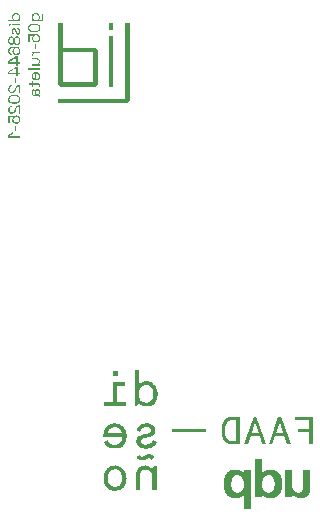
<source format=gbr>
%TF.GenerationSoftware,KiCad,Pcbnew,9.0.2*%
%TF.CreationDate,2025-06-20T15:59:31-04:00*%
%TF.ProjectId,proj02-g05,70726f6a-3032-42d6-9730-352e6b696361,rev?*%
%TF.SameCoordinates,Original*%
%TF.FileFunction,Legend,Bot*%
%TF.FilePolarity,Positive*%
%FSLAX46Y46*%
G04 Gerber Fmt 4.6, Leading zero omitted, Abs format (unit mm)*
G04 Created by KiCad (PCBNEW 9.0.2) date 2025-06-20 15:59:31*
%MOMM*%
%LPD*%
G01*
G04 APERTURE LIST*
%ADD10C,0.000000*%
%ADD11C,0.100000*%
G04 APERTURE END LIST*
D10*
G36*
X107465425Y-72579022D02*
G01*
X107532343Y-72587782D01*
X107597705Y-72601005D01*
X107661068Y-72618708D01*
X107721991Y-72640903D01*
X107780030Y-72667606D01*
X107834743Y-72698832D01*
X107885686Y-72734594D01*
X107932418Y-72774907D01*
X107974496Y-72819786D01*
X108011477Y-72869246D01*
X108042919Y-72923300D01*
X108068378Y-72981963D01*
X108087412Y-73045251D01*
X108099579Y-73113177D01*
X108104436Y-73185755D01*
X108101540Y-73263002D01*
X108090449Y-73344930D01*
X108086512Y-73363363D01*
X108081516Y-73381338D01*
X108075506Y-73398859D01*
X108068525Y-73415927D01*
X108060616Y-73432544D01*
X108051825Y-73448715D01*
X108042193Y-73464440D01*
X108031766Y-73479724D01*
X108020587Y-73494568D01*
X108008700Y-73508975D01*
X107982975Y-73536489D01*
X107954943Y-73562287D01*
X107924953Y-73586389D01*
X107893355Y-73608818D01*
X107860501Y-73629592D01*
X107826739Y-73648735D01*
X107792421Y-73666266D01*
X107757896Y-73682206D01*
X107723515Y-73696576D01*
X107689628Y-73709398D01*
X107656585Y-73720692D01*
X107633563Y-73727616D01*
X107608219Y-73734312D01*
X107551434Y-73747231D01*
X107419562Y-73772632D01*
X107274875Y-73800221D01*
X107202073Y-73815875D01*
X107131282Y-73833324D01*
X107113586Y-73838430D01*
X107096157Y-73844225D01*
X107079034Y-73850687D01*
X107062258Y-73857796D01*
X107045872Y-73865533D01*
X107029916Y-73873875D01*
X107014431Y-73882804D01*
X106999458Y-73892297D01*
X106985038Y-73902336D01*
X106971212Y-73912899D01*
X106958022Y-73923966D01*
X106945508Y-73935516D01*
X106933712Y-73947529D01*
X106922675Y-73959985D01*
X106912437Y-73972862D01*
X106903039Y-73986141D01*
X106894524Y-73999801D01*
X106886931Y-74013821D01*
X106880303Y-74028181D01*
X106874679Y-74042860D01*
X106870102Y-74057839D01*
X106866611Y-74073096D01*
X106864249Y-74088610D01*
X106863057Y-74104363D01*
X106863074Y-74120332D01*
X106864343Y-74136498D01*
X106866905Y-74152839D01*
X106870800Y-74169336D01*
X106876070Y-74185969D01*
X106882756Y-74202715D01*
X106890898Y-74219556D01*
X106900539Y-74236470D01*
X106916081Y-74258546D01*
X106934196Y-74278554D01*
X106954712Y-74296544D01*
X106977455Y-74312570D01*
X107002253Y-74326683D01*
X107028933Y-74338934D01*
X107057322Y-74349377D01*
X107087247Y-74358063D01*
X107118536Y-74365044D01*
X107151015Y-74370372D01*
X107184512Y-74374098D01*
X107218855Y-74376276D01*
X107289384Y-74376192D01*
X107361220Y-74370535D01*
X107432981Y-74359721D01*
X107503285Y-74344167D01*
X107570748Y-74324286D01*
X107633989Y-74300497D01*
X107691625Y-74273213D01*
X107717909Y-74258391D01*
X107742274Y-74242852D01*
X107764546Y-74226647D01*
X107784554Y-74209828D01*
X107802123Y-74192448D01*
X107817082Y-74174558D01*
X107833092Y-74152484D01*
X107848235Y-74130307D01*
X107862468Y-74107924D01*
X107869230Y-74096623D01*
X107875749Y-74085231D01*
X107882020Y-74073736D01*
X107888037Y-74062125D01*
X107893796Y-74050385D01*
X107899290Y-74038503D01*
X107904515Y-74026465D01*
X107909466Y-74014261D01*
X107914137Y-74001875D01*
X107918522Y-73989296D01*
X107918763Y-73989294D01*
X108244994Y-74156459D01*
X108232712Y-74183587D01*
X108217104Y-74214411D01*
X108194958Y-74254001D01*
X108181380Y-74276440D01*
X108166103Y-74300299D01*
X108149107Y-74325321D01*
X108130370Y-74351249D01*
X108109871Y-74377825D01*
X108087588Y-74404794D01*
X108063500Y-74431897D01*
X108037587Y-74458877D01*
X107995311Y-74497497D01*
X107949004Y-74533099D01*
X107899032Y-74565645D01*
X107845761Y-74595100D01*
X107789556Y-74621427D01*
X107730783Y-74644589D01*
X107669809Y-74664549D01*
X107606998Y-74681272D01*
X107542716Y-74694720D01*
X107477330Y-74704856D01*
X107411204Y-74711645D01*
X107344705Y-74715048D01*
X107278198Y-74715031D01*
X107212050Y-74711556D01*
X107146625Y-74704587D01*
X107082289Y-74694086D01*
X107019409Y-74680018D01*
X106958350Y-74662345D01*
X106899478Y-74641032D01*
X106843158Y-74616041D01*
X106789756Y-74587335D01*
X106739639Y-74554879D01*
X106693171Y-74518636D01*
X106650718Y-74478568D01*
X106612646Y-74434640D01*
X106579321Y-74386814D01*
X106551109Y-74335055D01*
X106528375Y-74279325D01*
X106511486Y-74219587D01*
X106500806Y-74155806D01*
X106496701Y-74087945D01*
X106499538Y-74015966D01*
X106505827Y-73966607D01*
X106515733Y-73920717D01*
X106529073Y-73878142D01*
X106545665Y-73838727D01*
X106565324Y-73802316D01*
X106587870Y-73768757D01*
X106613119Y-73737894D01*
X106640888Y-73709573D01*
X106670995Y-73683639D01*
X106703257Y-73659938D01*
X106737491Y-73638316D01*
X106773515Y-73618617D01*
X106850202Y-73584372D01*
X106931854Y-73555967D01*
X107017012Y-73532167D01*
X107104213Y-73511735D01*
X107278899Y-73476031D01*
X107363461Y-73458287D01*
X107444220Y-73438966D01*
X107519715Y-73416832D01*
X107588484Y-73390649D01*
X107613081Y-73378761D01*
X107635507Y-73365792D01*
X107655800Y-73351830D01*
X107673998Y-73336964D01*
X107690138Y-73321282D01*
X107704260Y-73304872D01*
X107716399Y-73287823D01*
X107726595Y-73270222D01*
X107734885Y-73252159D01*
X107741307Y-73233721D01*
X107745898Y-73214996D01*
X107748697Y-73196074D01*
X107749742Y-73177042D01*
X107749070Y-73157988D01*
X107746719Y-73139002D01*
X107742727Y-73120170D01*
X107737132Y-73101582D01*
X107729972Y-73083326D01*
X107721284Y-73065490D01*
X107711107Y-73048162D01*
X107699478Y-73031431D01*
X107686435Y-73015385D01*
X107672015Y-73000112D01*
X107656258Y-72985700D01*
X107639200Y-72972239D01*
X107620880Y-72959815D01*
X107601335Y-72948518D01*
X107580603Y-72938435D01*
X107558723Y-72929656D01*
X107535731Y-72922268D01*
X107511665Y-72916359D01*
X107486565Y-72912019D01*
X107454989Y-72908131D01*
X107424233Y-72905262D01*
X107394278Y-72903411D01*
X107365109Y-72902577D01*
X107336707Y-72902760D01*
X107309058Y-72903958D01*
X107282142Y-72906170D01*
X107255945Y-72909396D01*
X107230448Y-72913634D01*
X107205635Y-72918885D01*
X107181489Y-72925146D01*
X107157993Y-72932416D01*
X107135130Y-72940696D01*
X107112884Y-72949984D01*
X107091237Y-72960279D01*
X107070173Y-72971580D01*
X107049675Y-72983886D01*
X107029726Y-72997197D01*
X107010309Y-73011511D01*
X106991407Y-73026828D01*
X106973003Y-73043147D01*
X106955080Y-73060466D01*
X106937622Y-73078785D01*
X106920612Y-73098102D01*
X106904033Y-73118418D01*
X106887867Y-73139731D01*
X106872099Y-73162040D01*
X106856710Y-73185344D01*
X106827007Y-73234934D01*
X106798621Y-73288494D01*
X106505252Y-73127284D01*
X106508935Y-73115805D01*
X106513816Y-73102156D01*
X106520967Y-73083855D01*
X106530575Y-73061369D01*
X106542822Y-73035162D01*
X106557894Y-73005702D01*
X106566546Y-72989898D01*
X106575974Y-72973454D01*
X106613110Y-72916994D01*
X106655330Y-72864780D01*
X106702191Y-72816827D01*
X106753250Y-72773149D01*
X106808066Y-72733761D01*
X106866196Y-72698678D01*
X106927196Y-72667914D01*
X106990624Y-72641483D01*
X107056037Y-72619400D01*
X107122994Y-72601679D01*
X107191050Y-72588336D01*
X107259764Y-72579384D01*
X107328693Y-72574838D01*
X107397394Y-72574713D01*
X107465425Y-72579022D01*
G37*
G36*
X106785352Y-75220061D02*
G01*
X106785285Y-75219926D01*
X106785523Y-75219926D01*
X106785352Y-75220061D01*
G37*
G36*
X104952438Y-68600051D02*
G01*
X104500000Y-68600051D01*
X104500000Y-68123801D01*
X104952438Y-68123801D01*
X104952438Y-68600051D01*
G37*
G36*
X119673087Y-77674757D02*
G01*
X119674285Y-77732143D01*
X119678129Y-77792675D01*
X119684993Y-77855408D01*
X119695251Y-77919397D01*
X119709278Y-77983697D01*
X119727448Y-78047363D01*
X119750135Y-78109451D01*
X119777713Y-78169015D01*
X119793453Y-78197555D01*
X119810557Y-78225110D01*
X119829071Y-78251562D01*
X119849041Y-78276792D01*
X119870515Y-78300683D01*
X119893540Y-78323115D01*
X119918161Y-78343972D01*
X119944426Y-78363135D01*
X119972383Y-78380486D01*
X120002076Y-78395907D01*
X120033554Y-78409279D01*
X120066863Y-78420485D01*
X120102050Y-78429406D01*
X120139162Y-78435925D01*
X120178244Y-78439922D01*
X120219346Y-78441281D01*
X120255488Y-78440181D01*
X120289399Y-78436939D01*
X120321150Y-78431642D01*
X120350812Y-78424379D01*
X120378456Y-78415236D01*
X120404153Y-78404301D01*
X120427975Y-78391663D01*
X120449992Y-78377408D01*
X120470275Y-78361624D01*
X120488896Y-78344399D01*
X120505925Y-78325821D01*
X120521434Y-78305976D01*
X120535493Y-78284953D01*
X120548175Y-78262839D01*
X120559549Y-78239721D01*
X120569687Y-78215688D01*
X120578660Y-78190827D01*
X120586539Y-78165225D01*
X120593395Y-78138971D01*
X120599299Y-78112151D01*
X120604322Y-78084853D01*
X120608536Y-78057166D01*
X120614819Y-78000970D01*
X120618716Y-77944266D01*
X120620795Y-77887753D01*
X120621776Y-77778104D01*
X120621776Y-76545093D01*
X121241854Y-76545093D01*
X121241854Y-78001942D01*
X121238962Y-78097856D01*
X121230212Y-78190238D01*
X121215496Y-78278723D01*
X121194705Y-78362943D01*
X121181998Y-78403339D01*
X121167731Y-78442532D01*
X121151890Y-78480476D01*
X121134463Y-78517124D01*
X121115436Y-78552432D01*
X121094795Y-78586352D01*
X121072526Y-78618840D01*
X121048616Y-78649850D01*
X121023051Y-78679335D01*
X120995817Y-78707250D01*
X120966902Y-78733548D01*
X120936291Y-78758186D01*
X120903971Y-78781115D01*
X120869928Y-78802291D01*
X120834149Y-78821668D01*
X120796620Y-78839199D01*
X120757327Y-78854840D01*
X120716257Y-78868544D01*
X120673396Y-78880266D01*
X120628731Y-78889959D01*
X120582247Y-78897577D01*
X120533932Y-78903076D01*
X120483772Y-78906409D01*
X120431753Y-78907530D01*
X120371687Y-78905865D01*
X120312955Y-78900933D01*
X120255591Y-78892825D01*
X120199629Y-78881634D01*
X120145103Y-78867451D01*
X120092047Y-78850369D01*
X120040493Y-78830480D01*
X119990477Y-78807875D01*
X119942033Y-78782647D01*
X119895193Y-78754888D01*
X119849991Y-78724691D01*
X119806463Y-78692146D01*
X119764640Y-78657347D01*
X119724558Y-78620385D01*
X119686250Y-78581353D01*
X119649750Y-78540342D01*
X119640226Y-78540342D01*
X119640226Y-78853952D01*
X119052295Y-78853952D01*
X119052295Y-76545092D01*
X119052533Y-76545092D01*
X119673087Y-76545092D01*
X119673087Y-77674757D01*
G37*
G36*
X107559312Y-75191415D02*
G01*
X107585178Y-75192754D01*
X107610885Y-75195137D01*
X107636382Y-75198566D01*
X107661616Y-75203044D01*
X107686536Y-75208572D01*
X107711090Y-75215151D01*
X107735226Y-75222784D01*
X107758892Y-75231471D01*
X107782035Y-75241214D01*
X107804604Y-75252016D01*
X107826547Y-75263878D01*
X107847812Y-75276801D01*
X107868347Y-75290787D01*
X107888100Y-75305838D01*
X107907018Y-75321955D01*
X107925051Y-75339140D01*
X107942146Y-75357395D01*
X107958251Y-75376722D01*
X107973314Y-75397121D01*
X107987283Y-75418595D01*
X108000106Y-75441146D01*
X108011731Y-75464775D01*
X108022107Y-75489483D01*
X107773504Y-75673316D01*
X107738500Y-75661647D01*
X107723586Y-75635621D01*
X107708534Y-75612638D01*
X107693350Y-75592567D01*
X107678036Y-75575274D01*
X107662595Y-75560627D01*
X107647031Y-75548491D01*
X107631347Y-75538735D01*
X107615546Y-75531226D01*
X107599631Y-75525830D01*
X107583605Y-75522414D01*
X107567472Y-75520846D01*
X107551236Y-75520993D01*
X107534898Y-75522721D01*
X107518463Y-75525898D01*
X107501934Y-75530391D01*
X107485313Y-75536067D01*
X107468605Y-75542792D01*
X107451812Y-75550435D01*
X107417984Y-75567939D01*
X107349455Y-75608103D01*
X107314806Y-75628635D01*
X107279933Y-75648049D01*
X107244864Y-75665281D01*
X107227264Y-75672747D01*
X107209624Y-75679269D01*
X107182781Y-75687873D01*
X107156148Y-75695426D01*
X107129734Y-75701930D01*
X107103550Y-75707388D01*
X107077604Y-75711801D01*
X107051906Y-75715171D01*
X107026465Y-75717502D01*
X107001291Y-75718794D01*
X106976392Y-75719051D01*
X106951779Y-75718275D01*
X106927460Y-75716467D01*
X106903446Y-75713630D01*
X106879745Y-75709767D01*
X106856366Y-75704879D01*
X106833320Y-75698969D01*
X106810616Y-75692039D01*
X106788262Y-75684090D01*
X106766269Y-75675127D01*
X106744645Y-75665150D01*
X106723400Y-75654161D01*
X106702544Y-75642164D01*
X106682086Y-75629160D01*
X106662034Y-75615152D01*
X106642399Y-75600141D01*
X106623191Y-75584130D01*
X106604417Y-75567121D01*
X106586088Y-75549117D01*
X106568213Y-75530120D01*
X106550802Y-75510131D01*
X106533863Y-75489153D01*
X106517406Y-75467189D01*
X106501441Y-75444240D01*
X106785352Y-75220061D01*
X106800766Y-75251036D01*
X106816353Y-75278613D01*
X106832048Y-75302809D01*
X106847847Y-75323780D01*
X106863750Y-75341678D01*
X106879756Y-75356658D01*
X106895864Y-75368875D01*
X106912072Y-75378480D01*
X106928379Y-75385630D01*
X106944783Y-75390477D01*
X106961285Y-75393176D01*
X106977882Y-75393879D01*
X106994573Y-75392743D01*
X107011357Y-75389919D01*
X107028232Y-75385563D01*
X107045198Y-75379827D01*
X107062254Y-75372867D01*
X107079398Y-75364835D01*
X107113944Y-75346174D01*
X107148828Y-75325076D01*
X107184040Y-75302771D01*
X107219570Y-75280492D01*
X107255409Y-75259469D01*
X107291546Y-75240933D01*
X107309723Y-75232983D01*
X107327972Y-75226117D01*
X107352924Y-75218126D01*
X107378185Y-75211165D01*
X107403704Y-75205236D01*
X107429428Y-75200339D01*
X107455306Y-75196478D01*
X107481285Y-75193653D01*
X107507314Y-75191867D01*
X107533340Y-75191120D01*
X107559312Y-75191415D01*
G37*
G36*
X112430514Y-73304448D02*
G01*
X109500149Y-73304448D01*
X109500149Y-73052035D01*
X112430514Y-73052035D01*
X112430514Y-73304448D01*
G37*
G36*
X105664633Y-77222451D02*
G01*
X105660383Y-77322212D01*
X105648632Y-77421098D01*
X105629330Y-77518326D01*
X105602426Y-77613110D01*
X105567871Y-77704664D01*
X105525614Y-77792204D01*
X105475605Y-77874943D01*
X105417794Y-77952097D01*
X105352130Y-78022879D01*
X105278563Y-78086506D01*
X105197043Y-78142190D01*
X105107521Y-78189148D01*
X105009944Y-78226593D01*
X104904264Y-78253741D01*
X104790430Y-78269806D01*
X104668392Y-78274002D01*
X104538099Y-78265544D01*
X104433193Y-78247595D01*
X104335356Y-78218569D01*
X104244623Y-78179264D01*
X104161029Y-78130478D01*
X104084610Y-78073009D01*
X104015402Y-78007656D01*
X103953439Y-77935215D01*
X103898756Y-77856486D01*
X103851390Y-77772266D01*
X103811375Y-77683354D01*
X103778746Y-77590546D01*
X103753540Y-77494643D01*
X103735791Y-77396440D01*
X103725535Y-77296738D01*
X103723820Y-77233645D01*
X104087455Y-77233645D01*
X104088101Y-77282468D01*
X104090835Y-77330457D01*
X104095682Y-77377497D01*
X104102663Y-77423473D01*
X104111802Y-77468270D01*
X104123123Y-77511772D01*
X104136647Y-77553865D01*
X104152399Y-77594432D01*
X104170401Y-77633358D01*
X104190677Y-77670529D01*
X104213249Y-77705829D01*
X104238141Y-77739142D01*
X104265375Y-77770354D01*
X104294976Y-77799349D01*
X104326966Y-77826012D01*
X104361368Y-77850227D01*
X104398205Y-77871880D01*
X104437500Y-77890854D01*
X104479277Y-77907036D01*
X104523559Y-77920308D01*
X104570368Y-77930557D01*
X104619728Y-77937666D01*
X104671662Y-77941521D01*
X104726193Y-77942007D01*
X104783344Y-77939007D01*
X104843139Y-77932407D01*
X104898610Y-77921159D01*
X104950462Y-77903544D01*
X104998703Y-77879979D01*
X105043340Y-77850883D01*
X105084383Y-77816674D01*
X105121839Y-77777769D01*
X105155717Y-77734586D01*
X105186024Y-77687544D01*
X105212769Y-77637060D01*
X105235960Y-77583552D01*
X105255606Y-77527438D01*
X105271714Y-77469136D01*
X105284292Y-77409064D01*
X105293350Y-77347640D01*
X105298894Y-77285282D01*
X105300934Y-77222408D01*
X105299478Y-77159435D01*
X105294533Y-77096781D01*
X105286108Y-77034866D01*
X105274211Y-76974105D01*
X105258850Y-76914918D01*
X105240033Y-76857722D01*
X105217770Y-76802936D01*
X105192067Y-76750976D01*
X105162933Y-76702262D01*
X105130376Y-76657210D01*
X105094405Y-76616239D01*
X105055027Y-76579768D01*
X105012252Y-76548212D01*
X104966086Y-76521992D01*
X104916538Y-76501524D01*
X104863617Y-76487227D01*
X104863617Y-76487464D01*
X104830590Y-76481399D01*
X104797919Y-76476684D01*
X104765634Y-76473311D01*
X104733763Y-76471275D01*
X104702334Y-76470568D01*
X104671378Y-76471184D01*
X104640921Y-76473116D01*
X104610994Y-76476358D01*
X104581624Y-76480903D01*
X104552840Y-76486743D01*
X104524672Y-76493873D01*
X104497148Y-76502286D01*
X104470297Y-76511975D01*
X104444147Y-76522934D01*
X104418727Y-76535155D01*
X104394066Y-76548633D01*
X104370192Y-76563360D01*
X104347135Y-76579329D01*
X104324923Y-76596535D01*
X104303585Y-76614970D01*
X104283150Y-76634629D01*
X104263646Y-76655503D01*
X104245101Y-76677586D01*
X104227546Y-76700873D01*
X104211008Y-76725355D01*
X104195516Y-76751027D01*
X104181099Y-76777882D01*
X104167786Y-76805912D01*
X104155605Y-76835113D01*
X104144586Y-76865475D01*
X104134756Y-76896994D01*
X104126145Y-76929663D01*
X104114745Y-76981065D01*
X104105294Y-77032326D01*
X104097817Y-77083330D01*
X104092336Y-77133961D01*
X104088874Y-77184104D01*
X104087455Y-77233645D01*
X103723820Y-77233645D01*
X103722806Y-77196332D01*
X103727641Y-77096023D01*
X103740075Y-76996607D01*
X103760142Y-76898883D01*
X103787879Y-76803648D01*
X103823320Y-76711702D01*
X103866501Y-76623841D01*
X103917457Y-76540864D01*
X103976224Y-76463569D01*
X104042837Y-76392754D01*
X104117331Y-76329217D01*
X104199741Y-76273757D01*
X104290103Y-76227170D01*
X104388452Y-76190255D01*
X104494823Y-76163811D01*
X104609253Y-76148635D01*
X104731775Y-76145526D01*
X104862425Y-76155280D01*
X104964662Y-76173899D01*
X105060151Y-76203425D01*
X105148842Y-76243072D01*
X105230686Y-76292055D01*
X105305631Y-76349590D01*
X105373628Y-76414889D01*
X105434626Y-76487169D01*
X105488575Y-76565644D01*
X105535426Y-76649528D01*
X105575127Y-76738037D01*
X105607628Y-76830384D01*
X105632879Y-76925784D01*
X105650831Y-77023452D01*
X105661432Y-77122603D01*
X105664631Y-77222408D01*
X105664633Y-77222451D01*
G37*
G36*
X105571563Y-69385863D02*
G01*
X104881000Y-69385863D01*
X104881000Y-70766988D01*
X105643000Y-70766988D01*
X105643000Y-71100364D01*
X103738001Y-71100364D01*
X103738001Y-70766988D01*
X104523813Y-70766988D01*
X104523813Y-69076301D01*
X105571563Y-69076301D01*
X105571563Y-69385863D01*
G37*
G36*
X103223455Y-43874765D02*
G01*
X103014567Y-44083653D01*
X100101902Y-44083653D01*
X99893013Y-43874765D01*
X99893013Y-43874633D01*
X99893013Y-43874632D01*
X99893013Y-43874631D01*
X99893900Y-41175354D01*
X100291607Y-41175354D01*
X100291607Y-43686647D01*
X102826580Y-43686647D01*
X102826580Y-41175354D01*
X100291607Y-41175354D01*
X99893900Y-41175354D01*
X99894733Y-38642233D01*
X99894732Y-38642100D01*
X100291607Y-38642100D01*
X100291607Y-40778479D01*
X103014567Y-40778479D01*
X103223455Y-40987367D01*
X103223455Y-43686647D01*
X103223455Y-43874765D01*
G37*
G36*
X104561453Y-44083520D02*
G01*
X104164578Y-44083520D01*
X104164578Y-39744355D01*
X104561453Y-39744355D01*
X104561453Y-44083520D01*
G37*
G36*
X116227180Y-79794783D02*
G01*
X115607102Y-79794783D01*
X115607102Y-78589156D01*
X115597815Y-78589156D01*
X115557035Y-78634838D01*
X115516176Y-78676195D01*
X115475173Y-78713417D01*
X115433959Y-78746694D01*
X115392468Y-78776217D01*
X115350632Y-78802175D01*
X115308385Y-78824758D01*
X115265661Y-78844158D01*
X115222392Y-78860563D01*
X115178513Y-78874164D01*
X115133956Y-78885151D01*
X115088656Y-78893714D01*
X115042544Y-78900043D01*
X114995556Y-78904328D01*
X114947623Y-78906760D01*
X114898681Y-78907529D01*
X114830197Y-78905836D01*
X114764472Y-78900825D01*
X114701466Y-78892592D01*
X114641142Y-78881236D01*
X114583460Y-78866855D01*
X114528384Y-78849545D01*
X114475873Y-78829405D01*
X114425891Y-78806534D01*
X114378398Y-78781028D01*
X114333358Y-78752986D01*
X114290730Y-78722505D01*
X114250477Y-78689683D01*
X114212562Y-78654619D01*
X114176944Y-78617409D01*
X114143587Y-78578153D01*
X114112451Y-78536947D01*
X114083500Y-78493889D01*
X114056693Y-78449078D01*
X114031994Y-78402611D01*
X114009363Y-78354586D01*
X113988763Y-78305101D01*
X113970154Y-78254253D01*
X113953500Y-78202141D01*
X113938762Y-78148863D01*
X113914878Y-78039197D01*
X113898197Y-77926039D01*
X113888414Y-77810172D01*
X113885221Y-77692378D01*
X114532921Y-77692378D01*
X114534323Y-77751721D01*
X114538699Y-77813288D01*
X114546307Y-77876244D01*
X114557403Y-77939753D01*
X114572244Y-78002979D01*
X114591087Y-78065089D01*
X114614188Y-78125247D01*
X114641804Y-78182618D01*
X114657385Y-78209997D01*
X114674191Y-78236367D01*
X114692255Y-78261622D01*
X114711608Y-78285658D01*
X114732282Y-78308372D01*
X114754309Y-78329658D01*
X114777722Y-78349412D01*
X114802553Y-78367530D01*
X114828833Y-78383907D01*
X114856595Y-78398440D01*
X114885871Y-78411023D01*
X114916693Y-78421552D01*
X114949093Y-78429923D01*
X114983103Y-78436031D01*
X115018755Y-78439773D01*
X115056082Y-78441044D01*
X115093474Y-78439827D01*
X115129320Y-78436238D01*
X115163641Y-78430372D01*
X115196463Y-78422323D01*
X115227808Y-78412185D01*
X115257700Y-78400052D01*
X115286162Y-78386017D01*
X115313219Y-78370175D01*
X115338895Y-78352621D01*
X115363211Y-78333447D01*
X115386193Y-78312748D01*
X115407864Y-78290619D01*
X115428247Y-78267152D01*
X115447367Y-78242443D01*
X115465246Y-78216585D01*
X115481909Y-78189673D01*
X115497378Y-78161800D01*
X115511679Y-78133060D01*
X115524834Y-78103547D01*
X115536866Y-78073357D01*
X115547801Y-78042581D01*
X115557660Y-78011316D01*
X115574249Y-77947689D01*
X115586823Y-77883230D01*
X115595570Y-77818690D01*
X115600679Y-77754822D01*
X115602340Y-77692378D01*
X115600473Y-77630086D01*
X115594789Y-77566649D01*
X115585168Y-77502779D01*
X115571488Y-77439188D01*
X115553628Y-77376589D01*
X115531467Y-77315694D01*
X115504882Y-77257217D01*
X115473753Y-77201870D01*
X115456446Y-77175593D01*
X115437958Y-77150366D01*
X115418273Y-77126277D01*
X115397376Y-77103416D01*
X115375252Y-77081873D01*
X115351886Y-77061735D01*
X115327262Y-77043092D01*
X115301365Y-77026034D01*
X115274181Y-77010649D01*
X115245694Y-76997026D01*
X115215888Y-76985254D01*
X115184749Y-76975423D01*
X115152262Y-76967622D01*
X115118411Y-76961939D01*
X115083181Y-76958465D01*
X115046677Y-76957290D01*
X115009892Y-76958518D01*
X114974665Y-76962146D01*
X114941080Y-76968072D01*
X114909104Y-76976195D01*
X114878703Y-76986417D01*
X114849845Y-76998638D01*
X114822497Y-77012759D01*
X114796625Y-77028679D01*
X114772198Y-77046301D01*
X114749181Y-77065524D01*
X114727542Y-77086249D01*
X114707247Y-77108377D01*
X114688265Y-77131808D01*
X114670561Y-77156442D01*
X114654102Y-77182181D01*
X114638857Y-77208925D01*
X114624791Y-77236574D01*
X114611872Y-77265030D01*
X114600066Y-77294192D01*
X114589341Y-77323962D01*
X114579664Y-77354239D01*
X114571001Y-77384925D01*
X114556588Y-77447124D01*
X114545838Y-77509765D01*
X114538486Y-77572050D01*
X114534268Y-77633186D01*
X114532921Y-77692378D01*
X113885221Y-77692378D01*
X113888410Y-77574741D01*
X113898170Y-77459319D01*
X113914785Y-77346854D01*
X113938542Y-77238087D01*
X113969726Y-77133760D01*
X114008622Y-77034614D01*
X114031052Y-76987216D01*
X114055517Y-76941391D01*
X114082053Y-76897233D01*
X114110695Y-76854833D01*
X114141480Y-76814284D01*
X114174444Y-76775680D01*
X114209621Y-76739113D01*
X114247047Y-76704675D01*
X114286759Y-76672460D01*
X114328792Y-76642560D01*
X114373182Y-76615067D01*
X114419964Y-76590075D01*
X114469174Y-76567676D01*
X114520848Y-76547962D01*
X114575021Y-76531028D01*
X114631730Y-76516964D01*
X114691009Y-76505864D01*
X114752896Y-76497821D01*
X114817424Y-76492927D01*
X114884631Y-76491275D01*
X114951779Y-76493097D01*
X115015918Y-76498475D01*
X115077096Y-76507273D01*
X115135362Y-76519359D01*
X115190765Y-76534598D01*
X115243354Y-76552857D01*
X115293177Y-76574001D01*
X115340284Y-76597896D01*
X115384722Y-76624409D01*
X115426542Y-76653405D01*
X115465792Y-76684751D01*
X115502521Y-76718313D01*
X115536777Y-76753956D01*
X115568610Y-76791547D01*
X115598068Y-76830952D01*
X115625200Y-76872037D01*
X115634725Y-76872037D01*
X115634725Y-76545092D01*
X116227180Y-76545092D01*
X116227180Y-77692378D01*
X116227180Y-79794783D01*
G37*
G36*
X105952764Y-45262372D02*
G01*
X105736467Y-45473378D01*
X99893013Y-45473378D01*
X99893013Y-45076503D01*
X105555624Y-45076503D01*
X105555624Y-38642100D01*
X105952499Y-38642100D01*
X105952764Y-45262372D01*
G37*
G36*
X119553548Y-74358866D02*
G01*
X119242081Y-74358866D01*
X119005146Y-73633775D01*
X118249338Y-73633775D01*
X118012403Y-74358866D01*
X117700936Y-74358866D01*
X118038371Y-73395890D01*
X118326966Y-73395890D01*
X118927279Y-73395890D01*
X118632719Y-72494824D01*
X118621288Y-72494824D01*
X118326966Y-73395890D01*
X118038371Y-73395890D01*
X118354113Y-72494824D01*
X118353875Y-72494823D01*
X118527229Y-72000000D01*
X118727016Y-72000000D01*
X118900372Y-72494823D01*
X119216113Y-73395890D01*
X119553548Y-74358866D01*
G37*
G36*
X107279441Y-76146458D02*
G01*
X107323552Y-76150950D01*
X107367375Y-76157914D01*
X107410777Y-76167348D01*
X107453620Y-76179251D01*
X107495771Y-76193623D01*
X107537094Y-76210463D01*
X107577452Y-76229768D01*
X107616711Y-76251540D01*
X107654736Y-76275776D01*
X107691391Y-76302475D01*
X107726541Y-76331637D01*
X107760050Y-76363260D01*
X107791782Y-76397344D01*
X107821604Y-76433887D01*
X107845606Y-76394893D01*
X107871551Y-76354461D01*
X107897853Y-76314638D01*
X107922926Y-76277469D01*
X107963050Y-76219274D01*
X107979243Y-76196239D01*
X108214511Y-76196239D01*
X108214511Y-78220301D01*
X107835654Y-78220301D01*
X107835654Y-77133022D01*
X107833519Y-77061203D01*
X107830852Y-77026515D01*
X107827117Y-76992672D01*
X107822315Y-76959698D01*
X107816448Y-76927615D01*
X107809513Y-76896448D01*
X107801513Y-76866218D01*
X107792447Y-76836950D01*
X107782314Y-76808667D01*
X107771117Y-76781391D01*
X107758853Y-76755146D01*
X107745525Y-76729956D01*
X107731131Y-76705842D01*
X107715673Y-76682829D01*
X107699149Y-76660940D01*
X107681561Y-76640198D01*
X107662909Y-76620626D01*
X107643192Y-76602247D01*
X107622412Y-76585084D01*
X107600567Y-76569162D01*
X107577659Y-76554502D01*
X107553687Y-76541128D01*
X107528652Y-76529064D01*
X107502554Y-76518332D01*
X107475392Y-76508955D01*
X107447168Y-76500958D01*
X107417881Y-76494363D01*
X107387532Y-76489192D01*
X107356120Y-76485471D01*
X107323646Y-76483221D01*
X107290110Y-76482466D01*
X107247194Y-76484021D01*
X107204657Y-76488701D01*
X107162830Y-76496527D01*
X107142286Y-76501626D01*
X107122043Y-76507521D01*
X107102141Y-76514212D01*
X107082624Y-76521704D01*
X107063530Y-76529999D01*
X107044903Y-76539099D01*
X107026782Y-76549007D01*
X107009210Y-76559727D01*
X106992227Y-76571259D01*
X106975875Y-76583609D01*
X106960195Y-76596777D01*
X106945227Y-76610767D01*
X106931014Y-76625581D01*
X106917596Y-76641223D01*
X106905015Y-76657694D01*
X106893312Y-76674998D01*
X106882528Y-76693137D01*
X106872704Y-76712114D01*
X106863881Y-76731932D01*
X106856101Y-76752593D01*
X106849405Y-76774100D01*
X106843834Y-76796456D01*
X106839430Y-76819663D01*
X106836233Y-76843725D01*
X106834284Y-76868643D01*
X106833625Y-76894421D01*
X106833625Y-78220301D01*
X106476438Y-78220301D01*
X106476318Y-78220420D01*
X106476197Y-78220538D01*
X106476197Y-76872276D01*
X106476772Y-76844744D01*
X106478462Y-76817693D01*
X106481217Y-76791121D01*
X106484986Y-76765029D01*
X106489717Y-76739418D01*
X106495360Y-76714286D01*
X106501864Y-76689635D01*
X106509178Y-76665463D01*
X106517251Y-76641772D01*
X106526033Y-76618560D01*
X106535471Y-76595828D01*
X106545515Y-76573577D01*
X106556115Y-76551805D01*
X106567219Y-76530514D01*
X106578777Y-76509702D01*
X106590737Y-76489371D01*
X106616860Y-76449204D01*
X106645133Y-76411527D01*
X106675421Y-76376339D01*
X106707589Y-76343638D01*
X106741500Y-76313424D01*
X106777020Y-76285696D01*
X106814013Y-76260452D01*
X106852343Y-76237691D01*
X106891876Y-76217413D01*
X106932476Y-76199616D01*
X106974008Y-76184300D01*
X107016335Y-76171464D01*
X107059324Y-76161106D01*
X107102838Y-76153225D01*
X107146742Y-76147821D01*
X107190901Y-76144893D01*
X107235179Y-76144439D01*
X107279441Y-76146458D01*
G37*
G36*
X118852170Y-77811115D02*
G01*
X118842395Y-77927499D01*
X118825755Y-78041006D01*
X118801966Y-78150873D01*
X118770743Y-78256337D01*
X118731801Y-78356634D01*
X118709347Y-78404606D01*
X118684856Y-78451001D01*
X118658293Y-78495722D01*
X118629623Y-78538675D01*
X118598810Y-78579763D01*
X118565818Y-78618892D01*
X118530611Y-78655966D01*
X118493155Y-78690890D01*
X118453414Y-78723569D01*
X118411351Y-78753906D01*
X118366932Y-78781806D01*
X118320120Y-78807175D01*
X118270881Y-78829917D01*
X118219179Y-78849936D01*
X118164977Y-78867136D01*
X118108241Y-78881424D01*
X118048935Y-78892702D01*
X117987023Y-78900876D01*
X117922471Y-78905851D01*
X117855241Y-78907530D01*
X117801073Y-78906470D01*
X117747813Y-78903245D01*
X117695508Y-78897790D01*
X117644206Y-78890039D01*
X117593954Y-78879926D01*
X117544801Y-78867384D01*
X117496794Y-78852349D01*
X117449981Y-78834753D01*
X117404410Y-78814532D01*
X117360129Y-78791619D01*
X117317185Y-78765948D01*
X117275626Y-78737453D01*
X117235500Y-78706069D01*
X117196854Y-78671729D01*
X117159737Y-78634368D01*
X117124197Y-78593920D01*
X117115148Y-78593920D01*
X117115148Y-78853713D01*
X117115148Y-78853951D01*
X116513167Y-78853951D01*
X116513928Y-77692853D01*
X117137532Y-77692853D01*
X117139141Y-77754470D01*
X117144108Y-77817719D01*
X117152642Y-77881826D01*
X117164954Y-77946017D01*
X117181253Y-78009519D01*
X117201751Y-78071558D01*
X117226656Y-78131361D01*
X117256178Y-78188153D01*
X117272737Y-78215178D01*
X117290528Y-78241161D01*
X117309579Y-78266005D01*
X117329916Y-78289612D01*
X117351565Y-78311886D01*
X117374551Y-78332731D01*
X117398902Y-78352050D01*
X117424644Y-78369746D01*
X117451803Y-78385722D01*
X117480405Y-78399881D01*
X117510476Y-78412128D01*
X117542043Y-78422365D01*
X117575131Y-78430495D01*
X117609768Y-78436422D01*
X117645979Y-78440049D01*
X117683791Y-78441280D01*
X117721536Y-78440036D01*
X117757554Y-78436370D01*
X117791880Y-78430381D01*
X117824547Y-78422169D01*
X117855591Y-78411834D01*
X117885046Y-78399473D01*
X117912947Y-78385188D01*
X117939329Y-78369076D01*
X117964226Y-78351238D01*
X117987673Y-78331772D01*
X118009706Y-78310778D01*
X118030357Y-78288356D01*
X118049664Y-78264605D01*
X118067659Y-78239623D01*
X118084377Y-78213511D01*
X118099855Y-78186367D01*
X118114125Y-78158291D01*
X118127223Y-78129383D01*
X118139184Y-78099741D01*
X118150041Y-78069465D01*
X118159831Y-78038655D01*
X118168588Y-78007409D01*
X118183139Y-77944008D01*
X118193974Y-77880057D01*
X118201369Y-77816351D01*
X118205602Y-77753685D01*
X118206952Y-77692853D01*
X118207189Y-77692853D01*
X118205842Y-77633544D01*
X118201624Y-77572320D01*
X118194272Y-77509974D01*
X118183522Y-77447298D01*
X118169109Y-77385083D01*
X118150769Y-77324122D01*
X118128238Y-77265208D01*
X118101253Y-77209132D01*
X118086008Y-77182406D01*
X118069549Y-77156686D01*
X118051845Y-77132072D01*
X118032863Y-77108663D01*
X118012568Y-77086558D01*
X117990929Y-77065855D01*
X117967912Y-77046654D01*
X117943484Y-77029054D01*
X117917613Y-77013153D01*
X117890265Y-76999052D01*
X117861407Y-76986848D01*
X117831006Y-76976641D01*
X117799030Y-76968530D01*
X117765445Y-76962613D01*
X117730218Y-76958991D01*
X117693316Y-76957762D01*
X117656294Y-76958954D01*
X117620717Y-76962470D01*
X117586566Y-76968217D01*
X117553825Y-76976104D01*
X117522475Y-76986039D01*
X117492499Y-76997930D01*
X117463880Y-77011685D01*
X117436599Y-77027212D01*
X117410639Y-77044420D01*
X117385982Y-77063217D01*
X117362611Y-77083511D01*
X117340508Y-77105210D01*
X117319656Y-77128223D01*
X117300036Y-77152456D01*
X117281631Y-77177820D01*
X117264423Y-77204221D01*
X117248395Y-77231568D01*
X117233529Y-77259770D01*
X117219808Y-77288733D01*
X117207213Y-77318367D01*
X117195727Y-77348580D01*
X117185333Y-77379280D01*
X117167748Y-77441773D01*
X117154317Y-77505111D01*
X117144898Y-77568560D01*
X117139350Y-77631386D01*
X117137532Y-77692853D01*
X116513928Y-77692853D01*
X116515310Y-75583067D01*
X117135388Y-75583067D01*
X117133484Y-76814173D01*
X117142294Y-76814173D01*
X117177464Y-76774327D01*
X117213471Y-76737195D01*
X117250403Y-76702758D01*
X117288351Y-76670996D01*
X117327401Y-76641890D01*
X117367645Y-76615419D01*
X117409170Y-76591563D01*
X117452065Y-76570303D01*
X117496420Y-76551619D01*
X117542324Y-76535490D01*
X117589864Y-76521897D01*
X117639131Y-76510820D01*
X117690213Y-76502239D01*
X117743200Y-76496135D01*
X117798179Y-76492487D01*
X117855241Y-76491275D01*
X117922450Y-76492916D01*
X117986984Y-76497777D01*
X118048880Y-76505768D01*
X118108173Y-76516798D01*
X118164898Y-76530778D01*
X118219090Y-76547617D01*
X118270786Y-76567224D01*
X118320020Y-76589509D01*
X118366828Y-76614382D01*
X118411245Y-76641752D01*
X118453308Y-76671528D01*
X118493050Y-76703621D01*
X118530509Y-76737939D01*
X118565719Y-76774393D01*
X118598715Y-76812891D01*
X118629534Y-76853344D01*
X118658210Y-76895662D01*
X118684779Y-76939753D01*
X118709277Y-76985527D01*
X118731738Y-77032894D01*
X118752199Y-77081763D01*
X118770695Y-77132044D01*
X118787261Y-77183647D01*
X118801932Y-77236480D01*
X118814745Y-77290455D01*
X118825735Y-77345479D01*
X118842385Y-77458317D01*
X118852168Y-77574271D01*
X118855365Y-77692617D01*
X118855359Y-77692853D01*
X118852170Y-77811115D01*
G37*
G36*
X104561453Y-39241646D02*
G01*
X104164578Y-39241646D01*
X104164578Y-38642100D01*
X104561453Y-38642100D01*
X104561453Y-39241646D01*
G37*
G36*
X108302498Y-70066365D02*
G01*
X108298741Y-70173998D01*
X108286563Y-70280774D01*
X108266007Y-70385722D01*
X108237118Y-70487869D01*
X108199942Y-70586243D01*
X108154522Y-70679872D01*
X108100904Y-70767785D01*
X108039132Y-70849008D01*
X107969250Y-70922569D01*
X107891304Y-70987497D01*
X107805339Y-71042820D01*
X107711397Y-71087564D01*
X107609525Y-71120759D01*
X107499767Y-71141431D01*
X107382168Y-71148609D01*
X107256772Y-71141321D01*
X107212809Y-71135204D01*
X107171139Y-71127336D01*
X107131537Y-71117769D01*
X107093779Y-71106555D01*
X107057642Y-71093743D01*
X107022900Y-71079388D01*
X106989329Y-71063539D01*
X106956705Y-71046250D01*
X106924804Y-71027570D01*
X106893402Y-71007552D01*
X106862273Y-70986248D01*
X106831195Y-70963710D01*
X106799942Y-70939987D01*
X106768290Y-70915134D01*
X106702893Y-70862238D01*
X106588832Y-71103697D01*
X106357375Y-71100364D01*
X106357373Y-71100364D01*
X106357218Y-70108127D01*
X106682624Y-70108127D01*
X106688203Y-70183328D01*
X106699718Y-70257565D01*
X106717159Y-70330138D01*
X106740514Y-70400347D01*
X106769770Y-70467491D01*
X106804917Y-70530871D01*
X106845941Y-70589788D01*
X106892833Y-70643540D01*
X106945579Y-70691428D01*
X107004168Y-70732752D01*
X107068589Y-70766813D01*
X107138830Y-70792910D01*
X107214878Y-70810343D01*
X107296723Y-70818412D01*
X107384352Y-70816418D01*
X107477754Y-70803660D01*
X107534693Y-70789170D01*
X107588028Y-70768400D01*
X107637737Y-70741775D01*
X107683800Y-70709725D01*
X107726197Y-70672676D01*
X107764908Y-70631057D01*
X107799911Y-70585293D01*
X107831187Y-70535814D01*
X107858714Y-70483046D01*
X107882474Y-70427417D01*
X107902444Y-70369354D01*
X107918605Y-70309284D01*
X107930936Y-70247637D01*
X107939417Y-70184837D01*
X107944027Y-70121315D01*
X107944746Y-70057495D01*
X107941553Y-69993807D01*
X107934428Y-69930678D01*
X107923351Y-69868534D01*
X107908301Y-69807805D01*
X107889257Y-69748916D01*
X107866200Y-69692296D01*
X107839108Y-69638371D01*
X107807961Y-69587571D01*
X107772740Y-69540321D01*
X107733422Y-69497049D01*
X107689989Y-69458184D01*
X107642419Y-69424152D01*
X107590691Y-69395381D01*
X107534787Y-69372298D01*
X107474684Y-69355330D01*
X107410364Y-69344906D01*
X107319355Y-69340345D01*
X107234472Y-69346019D01*
X107155701Y-69361227D01*
X107083032Y-69385270D01*
X107016452Y-69417448D01*
X106955950Y-69457061D01*
X106901514Y-69503409D01*
X106853132Y-69555792D01*
X106810793Y-69613511D01*
X106774484Y-69675864D01*
X106744195Y-69742153D01*
X106719913Y-69811677D01*
X106701626Y-69883736D01*
X106689324Y-69957631D01*
X106682994Y-70032661D01*
X106682624Y-70108127D01*
X106357218Y-70108127D01*
X106356897Y-68054507D01*
X106714561Y-68052364D01*
X106714561Y-69290613D01*
X106764453Y-69246429D01*
X106816780Y-69202485D01*
X106843851Y-69181033D01*
X106871524Y-69160159D01*
X106899797Y-69140034D01*
X106928666Y-69120830D01*
X106958129Y-69102721D01*
X106988184Y-69085877D01*
X107018829Y-69070472D01*
X107050061Y-69056678D01*
X107081878Y-69044667D01*
X107114277Y-69034612D01*
X107147255Y-69026684D01*
X107180811Y-69021056D01*
X107317875Y-69010178D01*
X107445803Y-69013998D01*
X107564640Y-69031543D01*
X107674429Y-69061842D01*
X107775217Y-69103923D01*
X107867046Y-69156814D01*
X107949963Y-69219542D01*
X108024012Y-69291134D01*
X108089236Y-69370620D01*
X108145682Y-69457027D01*
X108193394Y-69549383D01*
X108232415Y-69646715D01*
X108262792Y-69748051D01*
X108284568Y-69852420D01*
X108297789Y-69958848D01*
X108302110Y-70057495D01*
X108302498Y-70066365D01*
G37*
G36*
X115265156Y-74358866D02*
G01*
X114573640Y-74358866D01*
X114527996Y-74357647D01*
X114483114Y-74354005D01*
X114439040Y-74347965D01*
X114395817Y-74339552D01*
X114353492Y-74328791D01*
X114312109Y-74315706D01*
X114271714Y-74300323D01*
X114232351Y-74282666D01*
X114194066Y-74262760D01*
X114156903Y-74240629D01*
X114120908Y-74216299D01*
X114086125Y-74189794D01*
X114052600Y-74161139D01*
X114020378Y-74130358D01*
X113989504Y-74097477D01*
X113960022Y-74062520D01*
X113931978Y-74025512D01*
X113905417Y-73986478D01*
X113880384Y-73945442D01*
X113856924Y-73902429D01*
X113835082Y-73857465D01*
X113814903Y-73810573D01*
X113796432Y-73761779D01*
X113779714Y-73711107D01*
X113764794Y-73658582D01*
X113751717Y-73604229D01*
X113740529Y-73548073D01*
X113731273Y-73490138D01*
X113723997Y-73430449D01*
X113718743Y-73369031D01*
X113715558Y-73305909D01*
X113714486Y-73241107D01*
X113714486Y-73134426D01*
X113995234Y-73134426D01*
X113995234Y-73228962D01*
X113998511Y-73327428D01*
X114008158Y-73420647D01*
X114023896Y-73508464D01*
X114033963Y-73550301D01*
X114045449Y-73590729D01*
X114058319Y-73629732D01*
X114072538Y-73667289D01*
X114088072Y-73703382D01*
X114104885Y-73737992D01*
X114122944Y-73771098D01*
X114142214Y-73802684D01*
X114162660Y-73832728D01*
X114184246Y-73861213D01*
X114206939Y-73888119D01*
X114230704Y-73913428D01*
X114255506Y-73937119D01*
X114281310Y-73959175D01*
X114308082Y-73979576D01*
X114335786Y-73998302D01*
X114364389Y-74015336D01*
X114393856Y-74030658D01*
X114424151Y-74044248D01*
X114455240Y-74056088D01*
X114487089Y-74066159D01*
X114519662Y-74074441D01*
X114552925Y-74080916D01*
X114586844Y-74085565D01*
X114621383Y-74088368D01*
X114656508Y-74089307D01*
X114967260Y-74089307D01*
X114967260Y-72274081D01*
X114656508Y-72274081D01*
X114621383Y-72275019D01*
X114586844Y-72277822D01*
X114552925Y-72282471D01*
X114519662Y-72288946D01*
X114487089Y-72297229D01*
X114455240Y-72307299D01*
X114424151Y-72319140D01*
X114393856Y-72332730D01*
X114364389Y-72348052D01*
X114335786Y-72365085D01*
X114308082Y-72383812D01*
X114281310Y-72404213D01*
X114255506Y-72426268D01*
X114230704Y-72449960D01*
X114206939Y-72475268D01*
X114184246Y-72502175D01*
X114162660Y-72530660D01*
X114142214Y-72560704D01*
X114122944Y-72592289D01*
X114104885Y-72625396D01*
X114088072Y-72660006D01*
X114072538Y-72696099D01*
X114058319Y-72733656D01*
X114045449Y-72772658D01*
X114033963Y-72813087D01*
X114023896Y-72854924D01*
X114015283Y-72898148D01*
X114008158Y-72942742D01*
X114002556Y-72988685D01*
X113998511Y-73035960D01*
X113996059Y-73084546D01*
X113995234Y-73134426D01*
X113714486Y-73134426D01*
X113714486Y-73117997D01*
X113718743Y-72990034D01*
X113731274Y-72868898D01*
X113751717Y-72754787D01*
X113764794Y-72700427D01*
X113779714Y-72647897D01*
X113796432Y-72597222D01*
X113814903Y-72548426D01*
X113835082Y-72501534D01*
X113856924Y-72456571D01*
X113880384Y-72413561D01*
X113905418Y-72372528D01*
X113931979Y-72333498D01*
X113960022Y-72296495D01*
X113989504Y-72261544D01*
X114020379Y-72228670D01*
X114052601Y-72197896D01*
X114086126Y-72169248D01*
X114120908Y-72142750D01*
X114156904Y-72118427D01*
X114194066Y-72096304D01*
X114232352Y-72076405D01*
X114271715Y-72058754D01*
X114312110Y-72043377D01*
X114353493Y-72030299D01*
X114395818Y-72019542D01*
X114439040Y-72011134D01*
X114483115Y-72005097D01*
X114527997Y-72001457D01*
X114573641Y-72000238D01*
X114573640Y-72000000D01*
X115265156Y-72000000D01*
X115265156Y-74089307D01*
X115265156Y-74358866D01*
G37*
G36*
X117483527Y-74358866D02*
G01*
X117172060Y-74358866D01*
X116935126Y-73633775D01*
X116179317Y-73633775D01*
X115942382Y-74358866D01*
X115630915Y-74358866D01*
X115968350Y-73395890D01*
X116256946Y-73395890D01*
X116857259Y-73395890D01*
X116562698Y-72494824D01*
X116551268Y-72494824D01*
X116256946Y-73395890D01*
X115968350Y-73395890D01*
X116284092Y-72494824D01*
X116283853Y-72494823D01*
X116457208Y-72000000D01*
X116656996Y-72000000D01*
X116830350Y-72494823D01*
X117146092Y-73395890D01*
X117483527Y-74358866D01*
G37*
G36*
X121445927Y-74358866D02*
G01*
X121148271Y-74358866D01*
X121148271Y-73282064D01*
X120145288Y-73282064D01*
X120145288Y-73024176D01*
X121148271Y-73024176D01*
X121148271Y-72278844D01*
X119965504Y-72278844D01*
X119965504Y-72000000D01*
X121445927Y-72000000D01*
X121445927Y-74358866D01*
G37*
G36*
X105659432Y-73436368D02*
G01*
X105669633Y-73525250D01*
X105673717Y-73614889D01*
X105671725Y-73704707D01*
X105663696Y-73794128D01*
X105649666Y-73882575D01*
X105629677Y-73969473D01*
X105603765Y-74054244D01*
X105571971Y-74136312D01*
X105534333Y-74215102D01*
X105490889Y-74290035D01*
X105441678Y-74360537D01*
X105386740Y-74426029D01*
X105326112Y-74485937D01*
X105259834Y-74539683D01*
X105187944Y-74586691D01*
X105110482Y-74626384D01*
X105027485Y-74658186D01*
X104938993Y-74681521D01*
X104845045Y-74695813D01*
X104759868Y-74702850D01*
X104676126Y-74706700D01*
X104594061Y-74706925D01*
X104513913Y-74703083D01*
X104474634Y-74699500D01*
X104435924Y-74694734D01*
X104397814Y-74688732D01*
X104360334Y-74681439D01*
X104323515Y-74672798D01*
X104287385Y-74662756D01*
X104251976Y-74651257D01*
X104217318Y-74638246D01*
X104183440Y-74623668D01*
X104150373Y-74607468D01*
X104118146Y-74589592D01*
X104086791Y-74569983D01*
X104056337Y-74548588D01*
X104026814Y-74525350D01*
X103998253Y-74500215D01*
X103970683Y-74473129D01*
X103944135Y-74444035D01*
X103918639Y-74412879D01*
X103894224Y-74379606D01*
X103870922Y-74344161D01*
X103848762Y-74306488D01*
X103827774Y-74266534D01*
X103807989Y-74224242D01*
X103789436Y-74179558D01*
X103784673Y-74146934D01*
X104057089Y-74007394D01*
X104085864Y-74064330D01*
X104118235Y-74116458D01*
X104153911Y-74163839D01*
X104192599Y-74206532D01*
X104234005Y-74244599D01*
X104277837Y-74278098D01*
X104323802Y-74307091D01*
X104371607Y-74331638D01*
X104420959Y-74351799D01*
X104471567Y-74367634D01*
X104523135Y-74379203D01*
X104575373Y-74386568D01*
X104627986Y-74389787D01*
X104680683Y-74388921D01*
X104733170Y-74384032D01*
X104785155Y-74375177D01*
X104836344Y-74362419D01*
X104886446Y-74345818D01*
X104935166Y-74325433D01*
X104982213Y-74301324D01*
X105027292Y-74273553D01*
X105070113Y-74242179D01*
X105110381Y-74207263D01*
X105147804Y-74168864D01*
X105182089Y-74127044D01*
X105212944Y-74081862D01*
X105240074Y-74033379D01*
X105263189Y-73981654D01*
X105281994Y-73926749D01*
X105296197Y-73868723D01*
X105305505Y-73807637D01*
X105309625Y-73743551D01*
X103721334Y-73743551D01*
X103715731Y-73687748D01*
X103712067Y-73625537D01*
X103710797Y-73547157D01*
X103711756Y-73503476D01*
X103714148Y-73457638D01*
X103718253Y-73410272D01*
X103718265Y-73410176D01*
X104095188Y-73410176D01*
X105285812Y-73410176D01*
X105275749Y-73350264D01*
X105260187Y-73293997D01*
X105239501Y-73241395D01*
X105214065Y-73192483D01*
X105184253Y-73147280D01*
X105150442Y-73105811D01*
X105113006Y-73068096D01*
X105072319Y-73034158D01*
X105028757Y-73004019D01*
X104982693Y-72977701D01*
X104934504Y-72955226D01*
X104884563Y-72936616D01*
X104833246Y-72921894D01*
X104780928Y-72911081D01*
X104727982Y-72904200D01*
X104674785Y-72901273D01*
X104621710Y-72902321D01*
X104569133Y-72907368D01*
X104517428Y-72916434D01*
X104466970Y-72929542D01*
X104418135Y-72946715D01*
X104371296Y-72967974D01*
X104326829Y-72993341D01*
X104285108Y-73022839D01*
X104246508Y-73056490D01*
X104211405Y-73094316D01*
X104180172Y-73136338D01*
X104153185Y-73182579D01*
X104130818Y-73233061D01*
X104113446Y-73287807D01*
X104101445Y-73346838D01*
X104095188Y-73410176D01*
X103718265Y-73410176D01*
X103724348Y-73362007D01*
X103732711Y-73313472D01*
X103743622Y-73265294D01*
X103757358Y-73218103D01*
X103774198Y-73172527D01*
X103791230Y-73126308D01*
X103810224Y-73082032D01*
X103831112Y-73039689D01*
X103853824Y-72999272D01*
X103878292Y-72960769D01*
X103904448Y-72924174D01*
X103932224Y-72889475D01*
X103961550Y-72856665D01*
X103992359Y-72825734D01*
X104024582Y-72796673D01*
X104058150Y-72769472D01*
X104092996Y-72744124D01*
X104129050Y-72720617D01*
X104166244Y-72698945D01*
X104204510Y-72679097D01*
X104243780Y-72661064D01*
X104325055Y-72630408D01*
X104409521Y-72606903D01*
X104496632Y-72590478D01*
X104585839Y-72581058D01*
X104676595Y-72578571D01*
X104768351Y-72582945D01*
X104860562Y-72594106D01*
X104952678Y-72611981D01*
X105045908Y-72638577D01*
X105132518Y-72673424D01*
X105212547Y-72715944D01*
X105286035Y-72765561D01*
X105353019Y-72821699D01*
X105413539Y-72883781D01*
X105467633Y-72951231D01*
X105515341Y-73023472D01*
X105556700Y-73099927D01*
X105591750Y-73180021D01*
X105620530Y-73263177D01*
X105643078Y-73348818D01*
X105654539Y-73410176D01*
X105659432Y-73436368D01*
G37*
D11*
G36*
X96359764Y-37834474D02*
G01*
X96400264Y-37840098D01*
X96438296Y-37849230D01*
X96473746Y-37861665D01*
X96506657Y-37877263D01*
X96536798Y-37895777D01*
X96588769Y-37941088D01*
X96628795Y-37996275D01*
X96655811Y-38059890D01*
X96668657Y-38130230D01*
X96669600Y-38155992D01*
X96667707Y-38196948D01*
X96662274Y-38233801D01*
X96653631Y-38266891D01*
X96642163Y-38296315D01*
X96611131Y-38346482D01*
X96569795Y-38386471D01*
X96536610Y-38407990D01*
X96536610Y-38427590D01*
X96650000Y-38427590D01*
X96650000Y-38535362D01*
X95670036Y-38535362D01*
X95670036Y-38424781D01*
X96073220Y-38424781D01*
X96073220Y-38405181D01*
X96045966Y-38387553D01*
X96019730Y-38364711D01*
X95999621Y-38341376D01*
X95981719Y-38313659D01*
X95968061Y-38284666D01*
X95957244Y-38251564D01*
X95950057Y-38216104D01*
X95947145Y-38185362D01*
X96043850Y-38185362D01*
X96045788Y-38219533D01*
X96051539Y-38251736D01*
X96060710Y-38281021D01*
X96073317Y-38308095D01*
X96088892Y-38332277D01*
X96107590Y-38354019D01*
X96129086Y-38372974D01*
X96153478Y-38389226D01*
X96210846Y-38413061D01*
X96279994Y-38424197D01*
X96301404Y-38424781D01*
X96314043Y-38424781D01*
X96352136Y-38422859D01*
X96387501Y-38417215D01*
X96419480Y-38408236D01*
X96448659Y-38396028D01*
X96474618Y-38380995D01*
X96497688Y-38363161D01*
X96534716Y-38319962D01*
X96559462Y-38267202D01*
X96570994Y-38205373D01*
X96571659Y-38185362D01*
X96569721Y-38151175D01*
X96563970Y-38118907D01*
X96554785Y-38089481D01*
X96542157Y-38062243D01*
X96526550Y-38037884D01*
X96507814Y-38015961D01*
X96486301Y-37996853D01*
X96461891Y-37980454D01*
X96434629Y-37966912D01*
X96404623Y-37956415D01*
X96335806Y-37945152D01*
X96314043Y-37944539D01*
X96301404Y-37944539D01*
X96263312Y-37946462D01*
X96227951Y-37952111D01*
X96196013Y-37961091D01*
X96166869Y-37973306D01*
X96140961Y-37988341D01*
X96117930Y-38006185D01*
X96080953Y-38049437D01*
X96056185Y-38102359D01*
X96044555Y-38164549D01*
X96043850Y-38185362D01*
X95947145Y-38185362D01*
X95946304Y-38176477D01*
X95945847Y-38155992D01*
X95947784Y-38119110D01*
X95953527Y-38083466D01*
X95962943Y-38049374D01*
X95975940Y-38016954D01*
X95992313Y-37986596D01*
X96012026Y-37958322D01*
X96034791Y-37932539D01*
X96060650Y-37909230D01*
X96089268Y-37888756D01*
X96120742Y-37871130D01*
X96154754Y-37856639D01*
X96191398Y-37845365D01*
X96230433Y-37837532D01*
X96271897Y-37833291D01*
X96298656Y-37832554D01*
X96316852Y-37832554D01*
X96359764Y-37834474D01*
G37*
G36*
X95859019Y-38821554D02*
G01*
X95857118Y-38840835D01*
X95851630Y-38858349D01*
X95842792Y-38873845D01*
X95830961Y-38886805D01*
X95816537Y-38896818D01*
X95799795Y-38903583D01*
X95775061Y-38906917D01*
X95755695Y-38905020D01*
X95738269Y-38899557D01*
X95710165Y-38879083D01*
X95700135Y-38864648D01*
X95693293Y-38847946D01*
X95689637Y-38821554D01*
X95691541Y-38802751D01*
X95697055Y-38785586D01*
X95705962Y-38770334D01*
X95717928Y-38757528D01*
X95732570Y-38747601D01*
X95749639Y-38740870D01*
X95775061Y-38737534D01*
X95793913Y-38739428D01*
X95810963Y-38744868D01*
X95838868Y-38765426D01*
X95848864Y-38779929D01*
X95855621Y-38796649D01*
X95859019Y-38821554D01*
G37*
G36*
X96650000Y-38766966D02*
G01*
X96650000Y-38877547D01*
X95965448Y-38877547D01*
X95965448Y-38766966D01*
X96650000Y-38766966D01*
G37*
G36*
X96669600Y-39385633D02*
G01*
X96667659Y-39430831D01*
X96661892Y-39472685D01*
X96652965Y-39509062D01*
X96640740Y-39542037D01*
X96626282Y-39569794D01*
X96609020Y-39594203D01*
X96590125Y-39614096D01*
X96568812Y-39630699D01*
X96545914Y-39643510D01*
X96520837Y-39652981D01*
X96464497Y-39661396D01*
X96459612Y-39661444D01*
X96430865Y-39659526D01*
X96404979Y-39653916D01*
X96382302Y-39645086D01*
X96362013Y-39633145D01*
X96326928Y-39599462D01*
X96297510Y-39550099D01*
X96272823Y-39479208D01*
X96256646Y-39403829D01*
X96246816Y-39346432D01*
X96235766Y-39297030D01*
X96220586Y-39257029D01*
X96208228Y-39237258D01*
X96193208Y-39221945D01*
X96178367Y-39212799D01*
X96161166Y-39207121D01*
X96140448Y-39205076D01*
X96120423Y-39207005D01*
X96102452Y-39212689D01*
X96073618Y-39233876D01*
X96052472Y-39269046D01*
X96040115Y-39321102D01*
X96038232Y-39356263D01*
X96040247Y-39391995D01*
X96046531Y-39424769D01*
X96055554Y-39450121D01*
X96068183Y-39472772D01*
X96082813Y-39490635D01*
X96100707Y-39505928D01*
X96121135Y-39518034D01*
X96144876Y-39527437D01*
X96172627Y-39534071D01*
X96146065Y-39637630D01*
X96113212Y-39628429D01*
X96083056Y-39615874D01*
X96056511Y-39600597D01*
X96032637Y-39582310D01*
X95993663Y-39537693D01*
X95965717Y-39481656D01*
X95949437Y-39413058D01*
X95945847Y-39356263D01*
X95947782Y-39313234D01*
X95953512Y-39273316D01*
X95962445Y-39238260D01*
X95974651Y-39206514D01*
X95989132Y-39179713D01*
X96006373Y-39156271D01*
X96025206Y-39137307D01*
X96046376Y-39121701D01*
X96068982Y-39109964D01*
X96093638Y-39101662D01*
X96141852Y-39095839D01*
X96169692Y-39097756D01*
X96195094Y-39103359D01*
X96238598Y-39124442D01*
X96275097Y-39158923D01*
X96305938Y-39209086D01*
X96331054Y-39279013D01*
X96343414Y-39335258D01*
X96353244Y-39392655D01*
X96367749Y-39457430D01*
X96387371Y-39506764D01*
X96400017Y-39524834D01*
X96415220Y-39538526D01*
X96430377Y-39546525D01*
X96447930Y-39551123D01*
X96463825Y-39552267D01*
X96484111Y-39550341D01*
X96502683Y-39544668D01*
X96533924Y-39523096D01*
X96557999Y-39487284D01*
X96573362Y-39435406D01*
X96577215Y-39385633D01*
X96575164Y-39347585D01*
X96568621Y-39311286D01*
X96559216Y-39282640D01*
X96545875Y-39256162D01*
X96530535Y-39234910D01*
X96511613Y-39215975D01*
X96490454Y-39200618D01*
X96465753Y-39187786D01*
X96437751Y-39177843D01*
X96405930Y-39170816D01*
X96400811Y-39170027D01*
X96424624Y-39065064D01*
X96461400Y-39072182D01*
X96495014Y-39082647D01*
X96524852Y-39095964D01*
X96551759Y-39112198D01*
X96596856Y-39152746D01*
X96631463Y-39204515D01*
X96655615Y-39268621D01*
X96668211Y-39346499D01*
X96669600Y-39385633D01*
G37*
G36*
X96425498Y-39797591D02*
G01*
X96456866Y-39803322D01*
X96486113Y-39812601D01*
X96513537Y-39825368D01*
X96562716Y-39861073D01*
X96604184Y-39910567D01*
X96636986Y-39974467D01*
X96659428Y-40053345D01*
X96669329Y-40147254D01*
X96669600Y-40166660D01*
X96667669Y-40217702D01*
X96661970Y-40265619D01*
X96652919Y-40309161D01*
X96640547Y-40349412D01*
X96625542Y-40385070D01*
X96607667Y-40417357D01*
X96587821Y-40445167D01*
X96565520Y-40469583D01*
X96541683Y-40489869D01*
X96515737Y-40506735D01*
X96488359Y-40519831D01*
X96459137Y-40529422D01*
X96428289Y-40535381D01*
X96395789Y-40537646D01*
X96392445Y-40537665D01*
X96377058Y-40537665D01*
X96344729Y-40535776D01*
X96315178Y-40530370D01*
X96262723Y-40509824D01*
X96218662Y-40477229D01*
X96183144Y-40433346D01*
X96158016Y-40380351D01*
X96150218Y-40351430D01*
X96132021Y-40351430D01*
X96121529Y-40382109D01*
X96106353Y-40412809D01*
X96088750Y-40438961D01*
X96067088Y-40463040D01*
X96044734Y-40481591D01*
X96019044Y-40497162D01*
X95992903Y-40508114D01*
X95963869Y-40515628D01*
X95920629Y-40519469D01*
X95905242Y-40519469D01*
X95874482Y-40517541D01*
X95845421Y-40511862D01*
X95792769Y-40489944D01*
X95746856Y-40454194D01*
X95708002Y-40404175D01*
X95677495Y-40339181D01*
X95657467Y-40259043D01*
X95650436Y-40166660D01*
X95752651Y-40166660D01*
X95754592Y-40211564D01*
X95760362Y-40252421D01*
X95769106Y-40286611D01*
X95781037Y-40316900D01*
X95794831Y-40341245D01*
X95811240Y-40361950D01*
X95828917Y-40377896D01*
X95848799Y-40390401D01*
X95870140Y-40399125D01*
X95893477Y-40404387D01*
X95917821Y-40406079D01*
X95929056Y-40406079D01*
X95954883Y-40404144D01*
X95978651Y-40398410D01*
X95999663Y-40389339D01*
X96018657Y-40376908D01*
X96050666Y-40341993D01*
X96074840Y-40291989D01*
X96089604Y-40224235D01*
X96092821Y-40166660D01*
X96195036Y-40166660D01*
X96196981Y-40213393D01*
X96202781Y-40256076D01*
X96211570Y-40291877D01*
X96223594Y-40323806D01*
X96237528Y-40349684D01*
X96254148Y-40371962D01*
X96272099Y-40389413D01*
X96292344Y-40403469D01*
X96314083Y-40413722D01*
X96337919Y-40420580D01*
X96375654Y-40424275D01*
X96386828Y-40424275D01*
X96414308Y-40422343D01*
X96439616Y-40416632D01*
X96462100Y-40407586D01*
X96482482Y-40395212D01*
X96517087Y-40360633D01*
X96543815Y-40311571D01*
X96561442Y-40245702D01*
X96567445Y-40166660D01*
X96565500Y-40120660D01*
X96559700Y-40078483D01*
X96550877Y-40042870D01*
X96538799Y-40011020D01*
X96524780Y-39985116D01*
X96508052Y-39962777D01*
X96490002Y-39945274D01*
X96469644Y-39931168D01*
X96447849Y-39920911D01*
X96423958Y-39914066D01*
X96386828Y-39910450D01*
X96375654Y-39910450D01*
X96347792Y-39912385D01*
X96322168Y-39918117D01*
X96299569Y-39927151D01*
X96279108Y-39939521D01*
X96244626Y-39973967D01*
X96218164Y-40022812D01*
X96200818Y-40088599D01*
X96195036Y-40166660D01*
X96092821Y-40166660D01*
X96090881Y-40121757D01*
X96085123Y-40080900D01*
X96076383Y-40046634D01*
X96064467Y-40016289D01*
X96050683Y-39991881D01*
X96034301Y-39971141D01*
X96016673Y-39955191D01*
X95996868Y-39942707D01*
X95975656Y-39934037D01*
X95952487Y-39928847D01*
X95929056Y-39927241D01*
X95917821Y-39927241D01*
X95892048Y-39929173D01*
X95868326Y-39934878D01*
X95847214Y-39943942D01*
X95828125Y-39956340D01*
X95795767Y-39991218D01*
X95771209Y-40041046D01*
X95756090Y-40108143D01*
X95752651Y-40166660D01*
X95650436Y-40166660D01*
X95652370Y-40117499D01*
X95658096Y-40070907D01*
X95667232Y-40028198D01*
X95679763Y-39988516D01*
X95694892Y-39953521D01*
X95712957Y-39921836D01*
X95732765Y-39895014D01*
X95755058Y-39871629D01*
X95778499Y-39852770D01*
X95804044Y-39837408D01*
X95830594Y-39826083D01*
X95858970Y-39818350D01*
X95905242Y-39813852D01*
X95920629Y-39813852D01*
X95951082Y-39815742D01*
X95978990Y-39821157D01*
X96028816Y-39841833D01*
X96071042Y-39874912D01*
X96105318Y-39919881D01*
X96129503Y-39974604D01*
X96132021Y-39983234D01*
X96150218Y-39983234D01*
X96158296Y-39953449D01*
X96171311Y-39922221D01*
X96187564Y-39894161D01*
X96208350Y-39867447D01*
X96230114Y-39846397D01*
X96255593Y-39828005D01*
X96281488Y-39814510D01*
X96310553Y-39804261D01*
X96340516Y-39798117D01*
X96373404Y-39795679D01*
X96377058Y-39795655D01*
X96392445Y-39795655D01*
X96425498Y-39797591D01*
G37*
G36*
X96379012Y-40688642D02*
G01*
X96416594Y-40694315D01*
X96451675Y-40703495D01*
X96484455Y-40716050D01*
X96514833Y-40731813D01*
X96542749Y-40750634D01*
X96591185Y-40797209D01*
X96629090Y-40855210D01*
X96655332Y-40924098D01*
X96668417Y-41003064D01*
X96669600Y-41036714D01*
X96667666Y-41079367D01*
X96661942Y-41120194D01*
X96652661Y-41158592D01*
X96639898Y-41194775D01*
X96624059Y-41227999D01*
X96605071Y-41258672D01*
X96583510Y-41286067D01*
X96559133Y-41310627D01*
X96532589Y-41331779D01*
X96503532Y-41349843D01*
X96472534Y-41364450D01*
X96439282Y-41375712D01*
X96404135Y-41383416D01*
X96366950Y-41387488D01*
X96344818Y-41388119D01*
X96328026Y-41388119D01*
X96289513Y-41386199D01*
X96253066Y-41380575D01*
X96218602Y-41371395D01*
X96186411Y-41358887D01*
X96128628Y-41324259D01*
X96080610Y-41277746D01*
X96043636Y-41220500D01*
X96019271Y-41154063D01*
X96012308Y-41117971D01*
X96009085Y-41080518D01*
X96008862Y-41067550D01*
X96010227Y-41036714D01*
X96104056Y-41036714D01*
X96105984Y-41071580D01*
X96111670Y-41104405D01*
X96120798Y-41134540D01*
X96133280Y-41162294D01*
X96148674Y-41187054D01*
X96167032Y-41209133D01*
X96187882Y-41228079D01*
X96211346Y-41244059D01*
X96237082Y-41256806D01*
X96265135Y-41266279D01*
X96295414Y-41272305D01*
X96327758Y-41274695D01*
X96332240Y-41274729D01*
X96343414Y-41274729D01*
X96376464Y-41272804D01*
X96407257Y-41267143D01*
X96435253Y-41258090D01*
X96460856Y-41245749D01*
X96483844Y-41230377D01*
X96504262Y-41212075D01*
X96537218Y-41166912D01*
X96558803Y-41110576D01*
X96567381Y-41043430D01*
X96567445Y-41036714D01*
X96565513Y-41000760D01*
X96559801Y-40967115D01*
X96550734Y-40936768D01*
X96538326Y-40908977D01*
X96523161Y-40884560D01*
X96505055Y-40862899D01*
X96484556Y-40844500D01*
X96461440Y-40829065D01*
X96435976Y-40816819D01*
X96408131Y-40807809D01*
X96345164Y-40800109D01*
X96343414Y-40800104D01*
X96332240Y-40800104D01*
X96299109Y-40802029D01*
X96268097Y-40807684D01*
X96239638Y-40816776D01*
X96213514Y-40829174D01*
X96189949Y-40844637D01*
X96168957Y-40863039D01*
X96135069Y-40908236D01*
X96112934Y-40964040D01*
X96104131Y-41029687D01*
X96104056Y-41036714D01*
X96010227Y-41036714D01*
X96010745Y-41025016D01*
X96016109Y-40986780D01*
X96024696Y-40952113D01*
X96035994Y-40921509D01*
X96066180Y-40870084D01*
X96104667Y-40831649D01*
X96122252Y-40819705D01*
X96122252Y-40800104D01*
X95986453Y-40800104D01*
X95949927Y-40802045D01*
X95916107Y-40807818D01*
X95886507Y-40816813D01*
X95859576Y-40829151D01*
X95836240Y-40844147D01*
X95815572Y-40862129D01*
X95783005Y-40906094D01*
X95761709Y-40961675D01*
X95752794Y-41030276D01*
X95752651Y-41040928D01*
X95754572Y-41079704D01*
X95760203Y-41114841D01*
X95768939Y-41145213D01*
X95780750Y-41172203D01*
X95795002Y-41195180D01*
X95811826Y-41214955D01*
X95852190Y-41244695D01*
X95901810Y-41261981D01*
X95947252Y-41266303D01*
X95947252Y-41381097D01*
X95910470Y-41379154D01*
X95875376Y-41373371D01*
X95842871Y-41364071D01*
X95812315Y-41351230D01*
X95784374Y-41335240D01*
X95758628Y-41315957D01*
X95735452Y-41293680D01*
X95714734Y-41268291D01*
X95696618Y-41239833D01*
X95681268Y-41208377D01*
X95659326Y-41135949D01*
X95650519Y-41050609D01*
X95650436Y-41040928D01*
X95652377Y-40995370D01*
X95658149Y-40952462D01*
X95667283Y-40913664D01*
X95679846Y-40877549D01*
X95695215Y-40845231D01*
X95713673Y-40815622D01*
X95734639Y-40789392D01*
X95758437Y-40765930D01*
X95784764Y-40745495D01*
X95813758Y-40727955D01*
X95879985Y-40701777D01*
X95957915Y-40688261D01*
X95997627Y-40686714D01*
X96339262Y-40686714D01*
X96379012Y-40688642D01*
G37*
G36*
X96449842Y-42015334D02*
G01*
X96650000Y-42015334D01*
X96650000Y-42128724D01*
X96449842Y-42128724D01*
X96449842Y-42296702D01*
X96347627Y-42296702D01*
X96347627Y-42128724D01*
X95670036Y-42128724D01*
X95670036Y-41995734D01*
X95738668Y-41995734D01*
X95738668Y-42015334D01*
X96347627Y-42015334D01*
X96347627Y-41617707D01*
X96330835Y-41617707D01*
X95738668Y-41995734D01*
X95670036Y-41995734D01*
X95670036Y-41915928D01*
X96315448Y-41504317D01*
X96449842Y-41504317D01*
X96449842Y-42015334D01*
G37*
G36*
X96449842Y-42889724D02*
G01*
X96650000Y-42889724D01*
X96650000Y-43003114D01*
X96449842Y-43003114D01*
X96449842Y-43171092D01*
X96347627Y-43171092D01*
X96347627Y-43003114D01*
X95670036Y-43003114D01*
X95670036Y-42870123D01*
X95738668Y-42870123D01*
X95738668Y-42889724D01*
X96347627Y-42889724D01*
X96347627Y-42492096D01*
X96330835Y-42492096D01*
X95738668Y-42870123D01*
X95670036Y-42870123D01*
X95670036Y-42790317D01*
X96315448Y-42378707D01*
X96449842Y-42378707D01*
X96449842Y-42889724D01*
G37*
G36*
X96340605Y-43318920D02*
G01*
X96340605Y-43733278D01*
X96238450Y-43733278D01*
X96238450Y-43318920D01*
X96340605Y-43318920D01*
G37*
G36*
X96650000Y-43919513D02*
G01*
X96650000Y-44612491D01*
X96547845Y-44612491D01*
X96547845Y-44034307D01*
X96524031Y-44034307D01*
X96489533Y-44036260D01*
X96459503Y-44042113D01*
X96435848Y-44050723D01*
X96415029Y-44062488D01*
X96380722Y-44095058D01*
X96350635Y-44145135D01*
X96318962Y-44227506D01*
X96312639Y-44247103D01*
X96288825Y-44322697D01*
X96266039Y-44387848D01*
X96239841Y-44446597D01*
X96217844Y-44485142D01*
X96193006Y-44519515D01*
X96169247Y-44545313D01*
X96142843Y-44567658D01*
X96116121Y-44584926D01*
X96086757Y-44598990D01*
X96055634Y-44609409D01*
X96021662Y-44616557D01*
X95962639Y-44620856D01*
X95950061Y-44620856D01*
X95914398Y-44618928D01*
X95880476Y-44613243D01*
X95848483Y-44603980D01*
X95818452Y-44591282D01*
X95764473Y-44555957D01*
X95719318Y-44507891D01*
X95684193Y-44447578D01*
X95660707Y-44375694D01*
X95650674Y-44293338D01*
X95650436Y-44277878D01*
X95652379Y-44234011D01*
X95658170Y-44192041D01*
X95667454Y-44153205D01*
X95680275Y-44116630D01*
X95696011Y-44083576D01*
X95714961Y-44053061D01*
X95736328Y-44026124D01*
X95760615Y-44001949D01*
X95787054Y-43981222D01*
X95816180Y-43963471D01*
X95847474Y-43949057D01*
X95881295Y-43937869D01*
X95917519Y-43930086D01*
X95956175Y-43925847D01*
X95982240Y-43925069D01*
X96000436Y-43925069D01*
X96000436Y-44037116D01*
X95980835Y-44037116D01*
X95945051Y-44039041D01*
X95912332Y-44044701D01*
X95883597Y-44053566D01*
X95857722Y-44065607D01*
X95835022Y-44080423D01*
X95815090Y-44098021D01*
X95783202Y-44141533D01*
X95762025Y-44196850D01*
X95752859Y-44265037D01*
X95752651Y-44277878D01*
X95754581Y-44313921D01*
X95760275Y-44347714D01*
X95769337Y-44378310D01*
X95781721Y-44406263D01*
X95796755Y-44430585D01*
X95814657Y-44451979D01*
X95834617Y-44469700D01*
X95857043Y-44484264D01*
X95881282Y-44495270D01*
X95907674Y-44502868D01*
X95952808Y-44507466D01*
X95958426Y-44507466D01*
X95991229Y-44505540D01*
X96020975Y-44499872D01*
X96046998Y-44490998D01*
X96070537Y-44478937D01*
X96111434Y-44445264D01*
X96146558Y-44396503D01*
X96177714Y-44327097D01*
X96188014Y-44296074D01*
X96211828Y-44219077D01*
X96237185Y-44145291D01*
X96266159Y-44080586D01*
X96287453Y-44044471D01*
X96311612Y-44012533D01*
X96334738Y-43988879D01*
X96360644Y-43968484D01*
X96387443Y-43952587D01*
X96417182Y-43939689D01*
X96485648Y-43923380D01*
X96547845Y-43919513D01*
X96650000Y-43919513D01*
G37*
G36*
X96326605Y-44775321D02*
G01*
X96374731Y-44781051D01*
X96417602Y-44790041D01*
X96457108Y-44802338D01*
X96492137Y-44817295D01*
X96524012Y-44835164D01*
X96552177Y-44855402D01*
X96577318Y-44878261D01*
X96618402Y-44931298D01*
X96647837Y-44994797D01*
X96665225Y-45069843D01*
X96669600Y-45137369D01*
X96667646Y-45183406D01*
X96661784Y-45226867D01*
X96652602Y-45265637D01*
X96639896Y-45301869D01*
X96624437Y-45334068D01*
X96605751Y-45363755D01*
X96584507Y-45390100D01*
X96560218Y-45413902D01*
X96533155Y-45434888D01*
X96503104Y-45453212D01*
X96433294Y-45481772D01*
X96349056Y-45498725D01*
X96274842Y-45502817D01*
X96045254Y-45502817D01*
X95993977Y-45500881D01*
X95946199Y-45495148D01*
X95903491Y-45486136D01*
X95864060Y-45473800D01*
X95829004Y-45458776D01*
X95797046Y-45440816D01*
X95768761Y-45420464D01*
X95743473Y-45397466D01*
X95702095Y-45344126D01*
X95672420Y-45280357D01*
X95654877Y-45205181D01*
X95650436Y-45137369D01*
X95752651Y-45137369D01*
X95754591Y-45174669D01*
X95760352Y-45209117D01*
X95769335Y-45239293D01*
X95781645Y-45266806D01*
X95796724Y-45290961D01*
X95814806Y-45312541D01*
X95859628Y-45347814D01*
X95917254Y-45372981D01*
X95989642Y-45387070D01*
X96038232Y-45389366D01*
X96280460Y-45389366D01*
X96326422Y-45387412D01*
X96368800Y-45381550D01*
X96404793Y-45372617D01*
X96437483Y-45360320D01*
X96464974Y-45345775D01*
X96489397Y-45328288D01*
X96509792Y-45308825D01*
X96527230Y-45286673D01*
X96552668Y-45235100D01*
X96565851Y-45171856D01*
X96567445Y-45137369D01*
X96565505Y-45099552D01*
X96559739Y-45064812D01*
X96550805Y-45034693D01*
X96538570Y-45007351D01*
X96523627Y-44983505D01*
X96505714Y-44962275D01*
X96461246Y-44927686D01*
X96403705Y-44902996D01*
X96330645Y-44889091D01*
X96280460Y-44886775D01*
X96038232Y-44886775D01*
X95993329Y-44888723D01*
X95951834Y-44894540D01*
X95916109Y-44903484D01*
X95883610Y-44915771D01*
X95856001Y-44930400D01*
X95831452Y-44947948D01*
X95810838Y-44967527D01*
X95793209Y-44989750D01*
X95767483Y-45041298D01*
X95754222Y-45103921D01*
X95752651Y-45137369D01*
X95650436Y-45137369D01*
X95652387Y-45092087D01*
X95658229Y-45049287D01*
X95667421Y-45010852D01*
X95680131Y-44974897D01*
X95695653Y-44942763D01*
X95714399Y-44913113D01*
X95735764Y-44886692D01*
X95760168Y-44862809D01*
X95817559Y-44823269D01*
X95887540Y-44794526D01*
X95971631Y-44777484D01*
X96045254Y-44773386D01*
X96274842Y-44773386D01*
X96326605Y-44775321D01*
G37*
G36*
X96650000Y-45660476D02*
G01*
X96650000Y-46353454D01*
X96547845Y-46353454D01*
X96547845Y-45775270D01*
X96524031Y-45775270D01*
X96489533Y-45777223D01*
X96459503Y-45783076D01*
X96435848Y-45791686D01*
X96415029Y-45803451D01*
X96380722Y-45836021D01*
X96350635Y-45886098D01*
X96318962Y-45968469D01*
X96312639Y-45988066D01*
X96288825Y-46063660D01*
X96266039Y-46128811D01*
X96239841Y-46187560D01*
X96217844Y-46226105D01*
X96193006Y-46260478D01*
X96169247Y-46286276D01*
X96142843Y-46308621D01*
X96116121Y-46325889D01*
X96086757Y-46339953D01*
X96055634Y-46350372D01*
X96021662Y-46357520D01*
X95962639Y-46361819D01*
X95950061Y-46361819D01*
X95914398Y-46359891D01*
X95880476Y-46354206D01*
X95848483Y-46344943D01*
X95818452Y-46332245D01*
X95764473Y-46296920D01*
X95719318Y-46248854D01*
X95684193Y-46188541D01*
X95660707Y-46116657D01*
X95650674Y-46034301D01*
X95650436Y-46018841D01*
X95652379Y-45974974D01*
X95658170Y-45933005D01*
X95667454Y-45894168D01*
X95680275Y-45857593D01*
X95696011Y-45824539D01*
X95714961Y-45794024D01*
X95736328Y-45767087D01*
X95760615Y-45742912D01*
X95787054Y-45722185D01*
X95816180Y-45704434D01*
X95847474Y-45690020D01*
X95881295Y-45678832D01*
X95917519Y-45671049D01*
X95956175Y-45666810D01*
X95982240Y-45666032D01*
X96000436Y-45666032D01*
X96000436Y-45778079D01*
X95980835Y-45778079D01*
X95945051Y-45780004D01*
X95912332Y-45785664D01*
X95883597Y-45794529D01*
X95857722Y-45806570D01*
X95835022Y-45821387D01*
X95815090Y-45838984D01*
X95783202Y-45882496D01*
X95762025Y-45937813D01*
X95752859Y-46006000D01*
X95752651Y-46018841D01*
X95754581Y-46054884D01*
X95760275Y-46088677D01*
X95769337Y-46119273D01*
X95781721Y-46147226D01*
X95796755Y-46171548D01*
X95814657Y-46192942D01*
X95834617Y-46210663D01*
X95857043Y-46225227D01*
X95881282Y-46236233D01*
X95907674Y-46243831D01*
X95952808Y-46248429D01*
X95958426Y-46248429D01*
X95991229Y-46246503D01*
X96020975Y-46240835D01*
X96046998Y-46231961D01*
X96070537Y-46219900D01*
X96111434Y-46186227D01*
X96146558Y-46137466D01*
X96177714Y-46068060D01*
X96188014Y-46037037D01*
X96211828Y-45960040D01*
X96237185Y-45886254D01*
X96266159Y-45821549D01*
X96287453Y-45785434D01*
X96311612Y-45753496D01*
X96334738Y-45729842D01*
X96360644Y-45709447D01*
X96387443Y-45693550D01*
X96417182Y-45680652D01*
X96485648Y-45664343D01*
X96547845Y-45660476D01*
X96650000Y-45660476D01*
G37*
G36*
X96669600Y-46853175D02*
G01*
X96667671Y-46896556D01*
X96661982Y-46937484D01*
X96652841Y-46975324D01*
X96640335Y-47010590D01*
X96624809Y-47042818D01*
X96606271Y-47072350D01*
X96585004Y-47098933D01*
X96561033Y-47122675D01*
X96505445Y-47161310D01*
X96440020Y-47187643D01*
X96365181Y-47200624D01*
X96333644Y-47201770D01*
X96318257Y-47201770D01*
X96277461Y-47199851D01*
X96239059Y-47194229D01*
X96203144Y-47185117D01*
X96169779Y-47172718D01*
X96138918Y-47157165D01*
X96110791Y-47138715D01*
X96062667Y-47093491D01*
X96026281Y-47038255D01*
X96002794Y-46974370D01*
X95993513Y-46903549D01*
X95993414Y-46895184D01*
X95995293Y-46855861D01*
X96000629Y-46820606D01*
X96009196Y-46788554D01*
X96020429Y-46760366D01*
X96050579Y-46712831D01*
X96089149Y-46677328D01*
X96111017Y-46664131D01*
X96111017Y-46644530D01*
X95772252Y-46644530D01*
X95772252Y-47175148D01*
X95670036Y-47175148D01*
X95670036Y-46531140D01*
X96200654Y-46531140D01*
X96200654Y-46685136D01*
X96166709Y-46706300D01*
X96133520Y-46737369D01*
X96117675Y-46759607D01*
X96104612Y-46786174D01*
X96096230Y-46813107D01*
X96091212Y-46843977D01*
X96090012Y-46869966D01*
X96091941Y-46902013D01*
X96097633Y-46932166D01*
X96106783Y-46959853D01*
X96119308Y-46985338D01*
X96134879Y-47008203D01*
X96153480Y-47028564D01*
X96174895Y-47046188D01*
X96199049Y-47060980D01*
X96255340Y-47081445D01*
X96319661Y-47088381D01*
X96332240Y-47088381D01*
X96368500Y-47086443D01*
X96402155Y-47080700D01*
X96431918Y-47071691D01*
X96459044Y-47059351D01*
X96482711Y-47044297D01*
X96503689Y-47026282D01*
X96536809Y-46982340D01*
X96558389Y-46927267D01*
X96567316Y-46860159D01*
X96567445Y-46850366D01*
X96565503Y-46813583D01*
X96559718Y-46779347D01*
X96550685Y-46749241D01*
X96538278Y-46721784D01*
X96523270Y-46698100D01*
X96505266Y-46677140D01*
X96484873Y-46659462D01*
X96461726Y-46644641D01*
X96407455Y-46624124D01*
X96341401Y-46616571D01*
X96339262Y-46616564D01*
X96326622Y-46616564D01*
X96326622Y-46501770D01*
X96343414Y-46501770D01*
X96382717Y-46503705D01*
X96420091Y-46509429D01*
X96454940Y-46518673D01*
X96487650Y-46531378D01*
X96517808Y-46547257D01*
X96545618Y-46566308D01*
X96593542Y-46613298D01*
X96630766Y-46671822D01*
X96656273Y-46741594D01*
X96668666Y-46822347D01*
X96669600Y-46853175D01*
G37*
G36*
X96340605Y-47379213D02*
G01*
X96340605Y-47793571D01*
X96238450Y-47793571D01*
X96238450Y-47379213D01*
X96340605Y-47379213D01*
G37*
G36*
X96650000Y-48265387D02*
G01*
X96650000Y-48378777D01*
X95670036Y-48378777D01*
X95670036Y-48164576D01*
X96094225Y-47930774D01*
X96094225Y-48053995D01*
X95745629Y-48244382D01*
X95745629Y-48265387D01*
X96650000Y-48265387D01*
G37*
G36*
X98033284Y-37834474D02*
G01*
X98073006Y-37840104D01*
X98110330Y-37849250D01*
X98145145Y-37861710D01*
X98177483Y-37877353D01*
X98207113Y-37895933D01*
X98258215Y-37941474D01*
X98297538Y-37997059D01*
X98323958Y-38061289D01*
X98336259Y-38132507D01*
X98337021Y-38155992D01*
X98335136Y-38196905D01*
X98329757Y-38233701D01*
X98321145Y-38267061D01*
X98309789Y-38296607D01*
X98279164Y-38346918D01*
X98239196Y-38386035D01*
X98209649Y-38405181D01*
X98209649Y-38424781D01*
X98470012Y-38424781D01*
X98486165Y-38422829D01*
X98498415Y-38416975D01*
X98510260Y-38398206D01*
X98512021Y-38382772D01*
X98512021Y-37947348D01*
X98610024Y-37947348D01*
X98610024Y-38412142D01*
X98608101Y-38438514D01*
X98602452Y-38461753D01*
X98593869Y-38480763D01*
X98582285Y-38496884D01*
X98551507Y-38519898D01*
X98509554Y-38531470D01*
X98489612Y-38532554D01*
X97645448Y-38532554D01*
X97645448Y-38427590D01*
X97758838Y-38427590D01*
X97758838Y-38407990D01*
X97730075Y-38389954D01*
X97702647Y-38366892D01*
X97681968Y-38343767D01*
X97663594Y-38316435D01*
X97649565Y-38287957D01*
X97638374Y-38255504D01*
X97630786Y-38220697D01*
X97626965Y-38185362D01*
X97723850Y-38185362D01*
X97725787Y-38219780D01*
X97731530Y-38252200D01*
X97740690Y-38281688D01*
X97753272Y-38308923D01*
X97768799Y-38333211D01*
X97787420Y-38355013D01*
X97808773Y-38373951D01*
X97832976Y-38390144D01*
X97889675Y-38413679D01*
X97957703Y-38424341D01*
X97975847Y-38424781D01*
X97987021Y-38424781D01*
X98024158Y-38422859D01*
X98058669Y-38417215D01*
X98089946Y-38408221D01*
X98118506Y-38395990D01*
X98143984Y-38380889D01*
X98166633Y-38362970D01*
X98203062Y-38319429D01*
X98227367Y-38266104D01*
X98238481Y-38203530D01*
X98239019Y-38185362D01*
X98237082Y-38150917D01*
X98231339Y-38118421D01*
X98222166Y-38088786D01*
X98209561Y-38061382D01*
X98194006Y-38036915D01*
X98175348Y-38014932D01*
X98153981Y-37995843D01*
X98129763Y-37979507D01*
X98102805Y-37966103D01*
X98073172Y-37955779D01*
X98005478Y-37945001D01*
X97987021Y-37944539D01*
X97975847Y-37944539D01*
X97938711Y-37946462D01*
X97904200Y-37952111D01*
X97872957Y-37961107D01*
X97844424Y-37973346D01*
X97818989Y-37988449D01*
X97796371Y-38006381D01*
X97759979Y-38049978D01*
X97735642Y-38103465D01*
X97724425Y-38166399D01*
X97723850Y-38185362D01*
X97626965Y-38185362D01*
X97626581Y-38181815D01*
X97625847Y-38155992D01*
X97627784Y-38118724D01*
X97633527Y-38082724D01*
X97642933Y-38048337D01*
X97655916Y-38015661D01*
X97672237Y-37985145D01*
X97691881Y-37956758D01*
X97714505Y-37930970D01*
X97740193Y-37907698D01*
X97768541Y-37887353D01*
X97799704Y-37869891D01*
X97833298Y-37855624D01*
X97869479Y-37844600D01*
X97907960Y-37837049D01*
X97948823Y-37833109D01*
X97971634Y-37832554D01*
X97991235Y-37832554D01*
X98033284Y-37834474D01*
G37*
G36*
X98006605Y-38734707D02*
G01*
X98054731Y-38740437D01*
X98097602Y-38749426D01*
X98137108Y-38761724D01*
X98172137Y-38776680D01*
X98204012Y-38794549D01*
X98232177Y-38814788D01*
X98257318Y-38837647D01*
X98298402Y-38890684D01*
X98327837Y-38954183D01*
X98345225Y-39029229D01*
X98349600Y-39096755D01*
X98347646Y-39142792D01*
X98341784Y-39186253D01*
X98332602Y-39225023D01*
X98319896Y-39261254D01*
X98304437Y-39293454D01*
X98285751Y-39323140D01*
X98264507Y-39349486D01*
X98240218Y-39373288D01*
X98213155Y-39394273D01*
X98183104Y-39412598D01*
X98113294Y-39441158D01*
X98029056Y-39458111D01*
X97954842Y-39462203D01*
X97725254Y-39462203D01*
X97673977Y-39460267D01*
X97626199Y-39454534D01*
X97583491Y-39445522D01*
X97544060Y-39433186D01*
X97509004Y-39418162D01*
X97477046Y-39400202D01*
X97448761Y-39379850D01*
X97423473Y-39356852D01*
X97382095Y-39303512D01*
X97352420Y-39239743D01*
X97334877Y-39164567D01*
X97330436Y-39096755D01*
X97432651Y-39096755D01*
X97434591Y-39134055D01*
X97440352Y-39168502D01*
X97449335Y-39198679D01*
X97461645Y-39226192D01*
X97476724Y-39250347D01*
X97494806Y-39271927D01*
X97539628Y-39307200D01*
X97597254Y-39332367D01*
X97669642Y-39346456D01*
X97718232Y-39348752D01*
X97960460Y-39348752D01*
X98006422Y-39346798D01*
X98048800Y-39340936D01*
X98084793Y-39332003D01*
X98117483Y-39319706D01*
X98144974Y-39305161D01*
X98169397Y-39287673D01*
X98189792Y-39268211D01*
X98207230Y-39246059D01*
X98232668Y-39194486D01*
X98245851Y-39131241D01*
X98247445Y-39096755D01*
X98245505Y-39058938D01*
X98239739Y-39024198D01*
X98230805Y-38994079D01*
X98218570Y-38966737D01*
X98203627Y-38942891D01*
X98185714Y-38921661D01*
X98141246Y-38887072D01*
X98083705Y-38862382D01*
X98010645Y-38848477D01*
X97960460Y-38846161D01*
X97718232Y-38846161D01*
X97673329Y-38848109D01*
X97631834Y-38853926D01*
X97596109Y-38862870D01*
X97563610Y-38875157D01*
X97536001Y-38889786D01*
X97511452Y-38907334D01*
X97490838Y-38926913D01*
X97473209Y-38949136D01*
X97447483Y-39000684D01*
X97434222Y-39063307D01*
X97432651Y-39096755D01*
X97330436Y-39096755D01*
X97332387Y-39051473D01*
X97338229Y-39008672D01*
X97347421Y-38970238D01*
X97360131Y-38934283D01*
X97375653Y-38902149D01*
X97394399Y-38872499D01*
X97415764Y-38846078D01*
X97440168Y-38822195D01*
X97497559Y-38782655D01*
X97567540Y-38753911D01*
X97651631Y-38736870D01*
X97725254Y-38732772D01*
X97954842Y-38732772D01*
X98006605Y-38734707D01*
G37*
G36*
X98349600Y-39968457D02*
G01*
X98347671Y-40011839D01*
X98341982Y-40052767D01*
X98332841Y-40090606D01*
X98320335Y-40125872D01*
X98304809Y-40158101D01*
X98286271Y-40187633D01*
X98265004Y-40214216D01*
X98241033Y-40237957D01*
X98185445Y-40276592D01*
X98120020Y-40302925D01*
X98045181Y-40315906D01*
X98013644Y-40317053D01*
X97998257Y-40317053D01*
X97957461Y-40315133D01*
X97919059Y-40309512D01*
X97883144Y-40300399D01*
X97849779Y-40288000D01*
X97818918Y-40272448D01*
X97790791Y-40253997D01*
X97742667Y-40208774D01*
X97706281Y-40153538D01*
X97682794Y-40089652D01*
X97673513Y-40018831D01*
X97673414Y-40010467D01*
X97675293Y-39971144D01*
X97680629Y-39935888D01*
X97689196Y-39903836D01*
X97700429Y-39875649D01*
X97730579Y-39828113D01*
X97769149Y-39792611D01*
X97791017Y-39779413D01*
X97791017Y-39759813D01*
X97452252Y-39759813D01*
X97452252Y-40290430D01*
X97350036Y-40290430D01*
X97350036Y-39646423D01*
X97880654Y-39646423D01*
X97880654Y-39800418D01*
X97846709Y-39821583D01*
X97813520Y-39852652D01*
X97797675Y-39874890D01*
X97784612Y-39901457D01*
X97776230Y-39928389D01*
X97771212Y-39959260D01*
X97770012Y-39985249D01*
X97771941Y-40017296D01*
X97777633Y-40047449D01*
X97786783Y-40075136D01*
X97799308Y-40100620D01*
X97814879Y-40123486D01*
X97833480Y-40143846D01*
X97854895Y-40161471D01*
X97879049Y-40176262D01*
X97935340Y-40196728D01*
X97999661Y-40203663D01*
X98012240Y-40203663D01*
X98048500Y-40201726D01*
X98082155Y-40195983D01*
X98111918Y-40186973D01*
X98139044Y-40174633D01*
X98162711Y-40159580D01*
X98183689Y-40141565D01*
X98216809Y-40097623D01*
X98238389Y-40042550D01*
X98247316Y-39975441D01*
X98247445Y-39965648D01*
X98245503Y-39928866D01*
X98239718Y-39894629D01*
X98230685Y-39864524D01*
X98218278Y-39837066D01*
X98203270Y-39813383D01*
X98185266Y-39792423D01*
X98164873Y-39774744D01*
X98141726Y-39759923D01*
X98087455Y-39739407D01*
X98021401Y-39731854D01*
X98019262Y-39731847D01*
X98006622Y-39731847D01*
X98006622Y-39617053D01*
X98023414Y-39617053D01*
X98062717Y-39618987D01*
X98100091Y-39624711D01*
X98134940Y-39633956D01*
X98167650Y-39646661D01*
X98197808Y-39662540D01*
X98225618Y-39681590D01*
X98273542Y-39728581D01*
X98310766Y-39787105D01*
X98336273Y-39856877D01*
X98348666Y-39937629D01*
X98349600Y-39968457D01*
G37*
G36*
X98020605Y-40494495D02*
G01*
X98020605Y-40908853D01*
X97918450Y-40908853D01*
X97918450Y-40494495D01*
X98020605Y-40494495D01*
G37*
G36*
X98330000Y-41137098D02*
G01*
X98330000Y-41247679D01*
X97912833Y-41247679D01*
X97880343Y-41249601D01*
X97851399Y-41255242D01*
X97827152Y-41263871D01*
X97806046Y-41275523D01*
X97788459Y-41289642D01*
X97773807Y-41306330D01*
X97752942Y-41347592D01*
X97743727Y-41400777D01*
X97743450Y-41412848D01*
X97743450Y-41501081D01*
X97642639Y-41501081D01*
X97642639Y-41419870D01*
X97644620Y-41383541D01*
X97650668Y-41351956D01*
X97659238Y-41328453D01*
X97671031Y-41308186D01*
X97684984Y-41292131D01*
X97701896Y-41278669D01*
X97729467Y-41264471D01*
X97729467Y-41244870D01*
X97645448Y-41244870D01*
X97645448Y-41137098D01*
X98330000Y-41137098D01*
G37*
G36*
X98342639Y-41926430D02*
G01*
X98340748Y-41966872D01*
X98335329Y-42002958D01*
X98326775Y-42034895D01*
X98315458Y-42062982D01*
X98285162Y-42109627D01*
X98245329Y-42145127D01*
X98213801Y-42163040D01*
X98213801Y-42182641D01*
X98330000Y-42182641D01*
X98330000Y-42290413D01*
X97645448Y-42290413D01*
X97645448Y-42179832D01*
X97989830Y-42179832D01*
X98030454Y-42177911D01*
X98067622Y-42172282D01*
X98100388Y-42163457D01*
X98129871Y-42151506D01*
X98155517Y-42136968D01*
X98177996Y-42119785D01*
X98213211Y-42078468D01*
X98236003Y-42027961D01*
X98245776Y-41968163D01*
X98246041Y-41955800D01*
X98244066Y-41920589D01*
X98238056Y-41888469D01*
X98229138Y-41862481D01*
X98216786Y-41839287D01*
X98202209Y-41820432D01*
X98184537Y-41804217D01*
X98140942Y-41780649D01*
X98083339Y-41768273D01*
X98051441Y-41766817D01*
X97645448Y-41766817D01*
X97645448Y-41656236D01*
X98059806Y-41656236D01*
X98099129Y-41658155D01*
X98135656Y-41663771D01*
X98168995Y-41672755D01*
X98199526Y-41684944D01*
X98227146Y-41700093D01*
X98251900Y-41718026D01*
X98292983Y-41761868D01*
X98322427Y-41815740D01*
X98339214Y-41878911D01*
X98342639Y-41926430D01*
G37*
G36*
X98330000Y-42521467D02*
G01*
X98330000Y-42632048D01*
X97350036Y-42632048D01*
X97350036Y-42521467D01*
X98330000Y-42521467D01*
G37*
G36*
X98039314Y-42832671D02*
G01*
X98079664Y-42838378D01*
X98117325Y-42847596D01*
X98152657Y-42860243D01*
X98185171Y-42875995D01*
X98215148Y-42894850D01*
X98242246Y-42916493D01*
X98266597Y-42940947D01*
X98288009Y-42967996D01*
X98306442Y-42997597D01*
X98333929Y-43064145D01*
X98347998Y-43140084D01*
X98349600Y-43177930D01*
X98347706Y-43219946D01*
X98342263Y-43258244D01*
X98333493Y-43293463D01*
X98321819Y-43325260D01*
X98289792Y-43381413D01*
X98246637Y-43428540D01*
X98192079Y-43467760D01*
X98160617Y-43484516D01*
X98114455Y-43389323D01*
X98148224Y-43371972D01*
X98178957Y-43350431D01*
X98200114Y-43330244D01*
X98218304Y-43306656D01*
X98231562Y-43282570D01*
X98241750Y-43255245D01*
X98248307Y-43225812D01*
X98251432Y-43192938D01*
X98251659Y-43180739D01*
X98249723Y-43146609D01*
X98243992Y-43114366D01*
X98234810Y-43084827D01*
X98222201Y-43057501D01*
X98206628Y-43033071D01*
X98187966Y-43011146D01*
X98166639Y-42992165D01*
X98142501Y-42975981D01*
X98115753Y-42962820D01*
X98086402Y-42952793D01*
X98054332Y-42946047D01*
X98019817Y-42942838D01*
X98016453Y-42942725D01*
X98016453Y-43499965D01*
X97966017Y-43499965D01*
X97923593Y-43498036D01*
X97883518Y-43492349D01*
X97846365Y-43483195D01*
X97811716Y-43470668D01*
X97779999Y-43455096D01*
X97750942Y-43436503D01*
X97724789Y-43415161D01*
X97701468Y-43391109D01*
X97663700Y-43335374D01*
X97638358Y-43269916D01*
X97626546Y-43195281D01*
X97625847Y-43170969D01*
X97723850Y-43170969D01*
X97725786Y-43204562D01*
X97731527Y-43235973D01*
X97740613Y-43264126D01*
X97753075Y-43289874D01*
X97768343Y-43312444D01*
X97786629Y-43332412D01*
X97807522Y-43349389D01*
X97831180Y-43363525D01*
X97886636Y-43382689D01*
X97925411Y-43387918D01*
X97925411Y-42944129D01*
X97891181Y-42950607D01*
X97859829Y-42960518D01*
X97832235Y-42973292D01*
X97807544Y-42989038D01*
X97786248Y-43007231D01*
X97767920Y-43028033D01*
X97740596Y-43076772D01*
X97725993Y-43135281D01*
X97723850Y-43170969D01*
X97625847Y-43170969D01*
X97627778Y-43131247D01*
X97633481Y-43093320D01*
X97642759Y-43057519D01*
X97655498Y-43023786D01*
X97671498Y-42992380D01*
X97690666Y-42963315D01*
X97737907Y-42912839D01*
X97765784Y-42891643D01*
X97796298Y-42873363D01*
X97829460Y-42858088D01*
X97865011Y-42846044D01*
X97903039Y-42837339D01*
X97943209Y-42832198D01*
X97980061Y-42830739D01*
X97996852Y-42830739D01*
X98039314Y-42832671D01*
G37*
G36*
X98330000Y-43916460D02*
G01*
X98330000Y-44098482D01*
X98233401Y-44098482D01*
X98233401Y-43945891D01*
X98231448Y-43929315D01*
X98225586Y-43917415D01*
X98207301Y-43906848D01*
X98191453Y-43905286D01*
X97742046Y-43905286D01*
X97742046Y-44129317D01*
X97645448Y-44129317D01*
X97645448Y-43905286D01*
X97401816Y-43905286D01*
X97401816Y-43794705D01*
X97645448Y-43794705D01*
X97645448Y-43588869D01*
X97742046Y-43588869D01*
X97742046Y-43794705D01*
X98209649Y-43794705D01*
X98235615Y-43796643D01*
X98258858Y-43802396D01*
X98277937Y-43811134D01*
X98294302Y-43823044D01*
X98307328Y-43837418D01*
X98317547Y-43854587D01*
X98329037Y-43897498D01*
X98330000Y-43916460D01*
G37*
G36*
X98165965Y-44259159D02*
G01*
X98194299Y-44264782D01*
X98220259Y-44273836D01*
X98243985Y-44286142D01*
X98285091Y-44320299D01*
X98317381Y-44367169D01*
X98339530Y-44426881D01*
X98349336Y-44498789D01*
X98349600Y-44513450D01*
X98347722Y-44552821D01*
X98342393Y-44587627D01*
X98333944Y-44618564D01*
X98322896Y-44645479D01*
X98293256Y-44690505D01*
X98254324Y-44725385D01*
X98227845Y-44741634D01*
X98227845Y-44758426D01*
X98234806Y-44758426D01*
X98256041Y-44760340D01*
X98274948Y-44765923D01*
X98290954Y-44774653D01*
X98304437Y-44786412D01*
X98323260Y-44818294D01*
X98330000Y-44860642D01*
X98330000Y-44957240D01*
X98236210Y-44957240D01*
X98236210Y-44894225D01*
X98234256Y-44879495D01*
X98228394Y-44868070D01*
X98209020Y-44856597D01*
X98194262Y-44855024D01*
X97884806Y-44855024D01*
X97847161Y-44853087D01*
X97812183Y-44847342D01*
X97781119Y-44838315D01*
X97752667Y-44825947D01*
X97727538Y-44810775D01*
X97705019Y-44792603D01*
X97668278Y-44747914D01*
X97642300Y-44691393D01*
X97628033Y-44621913D01*
X97625847Y-44577808D01*
X97627759Y-44536412D01*
X97633326Y-44498272D01*
X97642223Y-44463551D01*
X97654228Y-44431909D01*
X97686896Y-44377178D01*
X97730513Y-44333085D01*
X97784815Y-44299485D01*
X97834431Y-44281053D01*
X97868014Y-44384612D01*
X97837498Y-44393922D01*
X97809845Y-44406758D01*
X97787446Y-44421587D01*
X97767899Y-44439514D01*
X97752340Y-44459258D01*
X97739695Y-44481888D01*
X97730306Y-44506966D01*
X97724087Y-44534961D01*
X97721041Y-44576404D01*
X97722968Y-44609941D01*
X97728642Y-44639758D01*
X97737247Y-44664399D01*
X97748886Y-44685772D01*
X97762826Y-44703260D01*
X97779334Y-44717737D01*
X97819793Y-44737753D01*
X97871868Y-44745775D01*
X97877845Y-44745847D01*
X97928220Y-44745847D01*
X97928220Y-44519007D01*
X98017857Y-44519007D01*
X98017857Y-44745847D01*
X98033244Y-44745847D01*
X98068015Y-44743922D01*
X98100094Y-44738259D01*
X98128662Y-44729317D01*
X98154519Y-44717152D01*
X98177234Y-44702192D01*
X98197175Y-44684416D01*
X98228461Y-44640971D01*
X98247989Y-44586928D01*
X98254406Y-44526029D01*
X98252474Y-44493038D01*
X98246766Y-44463181D01*
X98238067Y-44438244D01*
X98226252Y-44416640D01*
X98212541Y-44399751D01*
X98196311Y-44386206D01*
X98178602Y-44376619D01*
X98158767Y-44370449D01*
X98132651Y-44367821D01*
X98110381Y-44369735D01*
X98090534Y-44375318D01*
X98058648Y-44395968D01*
X98035296Y-44429342D01*
X98021023Y-44477131D01*
X98017857Y-44519007D01*
X97928220Y-44519007D01*
X97928220Y-44514855D01*
X97930175Y-44472991D01*
X97936046Y-44433613D01*
X97945135Y-44399249D01*
X97957694Y-44367785D01*
X97972466Y-44341463D01*
X97990239Y-44318208D01*
X98009586Y-44299472D01*
X98031567Y-44283882D01*
X98055135Y-44272088D01*
X98081135Y-44263593D01*
X98135460Y-44257240D01*
X98165965Y-44259159D01*
G37*
M02*

</source>
